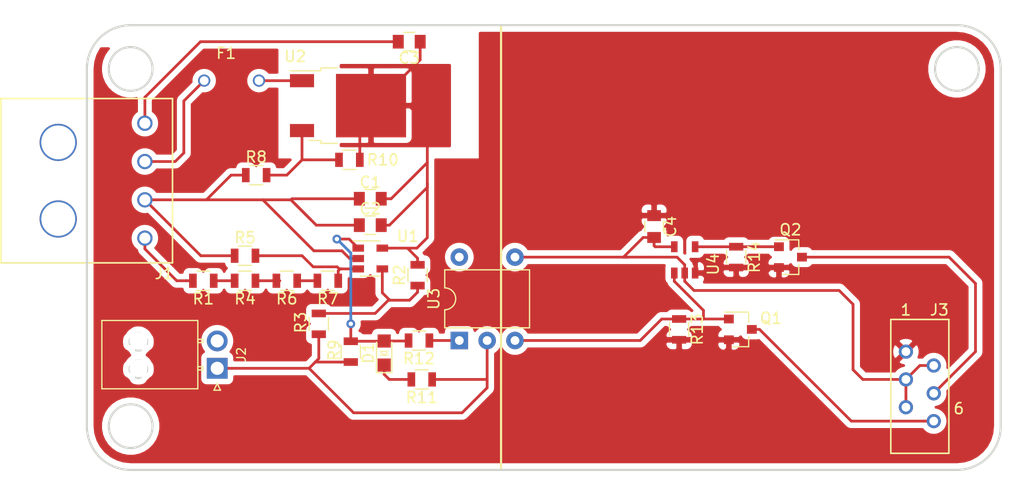
<source format=kicad_pcb>
(kicad_pcb (version 20171130) (host pcbnew 5.1.4-e60b266~84~ubuntu16.04.1)

  (general
    (thickness 1.6)
    (drawings 44)
    (tracks 170)
    (zones 0)
    (modules 29)
    (nets 21)
  )

  (page A4)
  (layers
    (0 F.Cu signal)
    (31 B.Cu signal)
    (32 B.Adhes user)
    (33 F.Adhes user)
    (34 B.Paste user)
    (35 F.Paste user)
    (36 B.SilkS user)
    (37 F.SilkS user)
    (38 B.Mask user)
    (39 F.Mask user)
    (40 Dwgs.User user)
    (41 Cmts.User user)
    (42 Eco1.User user)
    (43 Eco2.User user)
    (44 Edge.Cuts user)
    (45 Margin user)
    (46 B.CrtYd user)
    (47 F.CrtYd user)
    (48 B.Fab user)
    (49 F.Fab user)
  )

  (setup
    (last_trace_width 0.25)
    (trace_clearance 0.2)
    (zone_clearance 0.508)
    (zone_45_only no)
    (trace_min 0.2)
    (via_size 0.8)
    (via_drill 0.4)
    (via_min_size 0.4)
    (via_min_drill 0.3)
    (uvia_size 0.3)
    (uvia_drill 0.1)
    (uvias_allowed no)
    (uvia_min_size 0.2)
    (uvia_min_drill 0.1)
    (edge_width 0.05)
    (segment_width 0.2)
    (pcb_text_width 0.3)
    (pcb_text_size 1.5 1.5)
    (mod_edge_width 0.12)
    (mod_text_size 1 1)
    (mod_text_width 0.15)
    (pad_size 0.6 1)
    (pad_drill 0)
    (pad_to_mask_clearance 0.051)
    (solder_mask_min_width 0.25)
    (aux_axis_origin 0 0)
    (visible_elements FFFFFF7F)
    (pcbplotparams
      (layerselection 0x010fc_ffffffff)
      (usegerberextensions false)
      (usegerberattributes false)
      (usegerberadvancedattributes false)
      (creategerberjobfile false)
      (excludeedgelayer true)
      (linewidth 0.100000)
      (plotframeref false)
      (viasonmask false)
      (mode 1)
      (useauxorigin false)
      (hpglpennumber 1)
      (hpglpenspeed 20)
      (hpglpendiameter 15.000000)
      (psnegative false)
      (psa4output false)
      (plotreference true)
      (plotvalue true)
      (plotinvisibletext false)
      (padsonsilk false)
      (subtractmaskfromsilk false)
      (outputformat 1)
      (mirror false)
      (drillshape 1)
      (scaleselection 1)
      (outputdirectory ""))
  )

  (net 0 "")
  (net 1 /5V)
  (net 2 /AIL+)
  (net 3 GND)
  (net 4 /GLV+)
  (net 5 "Net-(D1-Pad2)")
  (net 6 "Net-(D1-Pad1)")
  (net 7 "Net-(F1-Pad1)")
  (net 8 /TS+)
  (net 9 /AIL-)
  (net 10 /TSAL_GREEN-)
  (net 11 /TSAL_RED-)
  (net 12 /TSAL_FLAG)
  (net 13 "Net-(R1-Pad1)")
  (net 14 "Net-(R2-Pad1)")
  (net 15 "Net-(R4-Pad1)")
  (net 16 "Net-(R5-Pad1)")
  (net 17 "Net-(R6-Pad1)")
  (net 18 "Net-(R10-Pad2)")
  (net 19 "Net-(R12-Pad1)")
  (net 20 /NAND_Out)

  (net_class Default "This is the default net class."
    (clearance 0.2)
    (trace_width 0.25)
    (via_dia 0.8)
    (via_drill 0.4)
    (uvia_dia 0.3)
    (uvia_drill 0.1)
    (add_net /5V)
    (add_net /AIL+)
    (add_net /AIL-)
    (add_net /GLV+)
    (add_net /NAND_Out)
    (add_net /TS+)
    (add_net /TSAL_FLAG)
    (add_net /TSAL_GREEN-)
    (add_net /TSAL_RED-)
    (add_net GND)
    (add_net "Net-(D1-Pad1)")
    (add_net "Net-(D1-Pad2)")
    (add_net "Net-(F1-Pad1)")
    (add_net "Net-(R1-Pad1)")
    (add_net "Net-(R10-Pad2)")
    (add_net "Net-(R12-Pad1)")
    (add_net "Net-(R2-Pad1)")
    (add_net "Net-(R4-Pad1)")
    (add_net "Net-(R5-Pad1)")
    (add_net "Net-(R6-Pad1)")
  )

  (module Formula:C_0805_OEM (layer F.Cu) (tedit 5C3D8347) (tstamp 5DEDF7A5)
    (at 156.718 90.043)
    (descr "Capacitor SMD 0805, reflow soldering, AVX (see smccp.pdf)")
    (tags "capacitor 0805")
    (path /5DD733EA)
    (attr smd)
    (fp_text reference C1 (at 0 -1.5) (layer F.SilkS)
      (effects (font (size 1 1) (thickness 0.15)))
    )
    (fp_text value C_10uF (at 0 1.75) (layer F.Fab) hide
      (effects (font (size 1 1) (thickness 0.15)))
    )
    (fp_line (start 1.75 0.87) (end -1.75 0.87) (layer F.CrtYd) (width 0.05))
    (fp_line (start 1.75 0.87) (end 1.75 -0.88) (layer F.CrtYd) (width 0.05))
    (fp_line (start -1.75 -0.88) (end -1.75 0.87) (layer F.CrtYd) (width 0.05))
    (fp_line (start -1.75 -0.88) (end 1.75 -0.88) (layer F.CrtYd) (width 0.05))
    (fp_line (start -0.5 0.85) (end 0.5 0.85) (layer F.SilkS) (width 0.12))
    (fp_line (start 0.5 -0.85) (end -0.5 -0.85) (layer F.SilkS) (width 0.12))
    (fp_line (start -1 -0.62) (end 1 -0.62) (layer F.Fab) (width 0.1))
    (fp_line (start 1 -0.62) (end 1 0.62) (layer F.Fab) (width 0.1))
    (fp_line (start 1 0.62) (end -1 0.62) (layer F.Fab) (width 0.1))
    (fp_line (start -1 0.62) (end -1 -0.62) (layer F.Fab) (width 0.1))
    (pad 2 smd rect (at 1 0) (size 1 1.25) (layers F.Cu F.Paste F.Mask)
      (net 1 /5V))
    (pad 1 smd rect (at -1 0) (size 1 1.25) (layers F.Cu F.Paste F.Mask)
      (net 2 /AIL+))
    (model ${LOCAL_DIR}/OEM_Preferred_Parts/3DModels/C_0805_OEM/C_0805.step
      (at (xyz 0 0 0))
      (scale (xyz 1 1 1))
      (rotate (xyz 0 0 0))
    )
    (model ${LOCAL_DIR}/OEM_Preferred_Parts/3DModels/C_0805_OEM/C_0805.step
      (at (xyz 0 0 0))
      (scale (xyz 1 1 1))
      (rotate (xyz 0 0 0))
    )
  )

  (module Formula:C_0805_OEM (layer F.Cu) (tedit 5C3D8347) (tstamp 5DEDF7B5)
    (at 156.718 92.456)
    (descr "Capacitor SMD 0805, reflow soldering, AVX (see smccp.pdf)")
    (tags "capacitor 0805")
    (path /5DD74017)
    (attr smd)
    (fp_text reference C2 (at 0 -1.5) (layer F.SilkS)
      (effects (font (size 1 1) (thickness 0.15)))
    )
    (fp_text value C_0.1uF (at 0 1.75) (layer F.Fab) hide
      (effects (font (size 1 1) (thickness 0.15)))
    )
    (fp_line (start -1 0.62) (end -1 -0.62) (layer F.Fab) (width 0.1))
    (fp_line (start 1 0.62) (end -1 0.62) (layer F.Fab) (width 0.1))
    (fp_line (start 1 -0.62) (end 1 0.62) (layer F.Fab) (width 0.1))
    (fp_line (start -1 -0.62) (end 1 -0.62) (layer F.Fab) (width 0.1))
    (fp_line (start 0.5 -0.85) (end -0.5 -0.85) (layer F.SilkS) (width 0.12))
    (fp_line (start -0.5 0.85) (end 0.5 0.85) (layer F.SilkS) (width 0.12))
    (fp_line (start -1.75 -0.88) (end 1.75 -0.88) (layer F.CrtYd) (width 0.05))
    (fp_line (start -1.75 -0.88) (end -1.75 0.87) (layer F.CrtYd) (width 0.05))
    (fp_line (start 1.75 0.87) (end 1.75 -0.88) (layer F.CrtYd) (width 0.05))
    (fp_line (start 1.75 0.87) (end -1.75 0.87) (layer F.CrtYd) (width 0.05))
    (pad 1 smd rect (at -1 0) (size 1 1.25) (layers F.Cu F.Paste F.Mask)
      (net 2 /AIL+))
    (pad 2 smd rect (at 1 0) (size 1 1.25) (layers F.Cu F.Paste F.Mask)
      (net 1 /5V))
    (model ${LOCAL_DIR}/OEM_Preferred_Parts/3DModels/C_0805_OEM/C_0805.step
      (at (xyz 0 0 0))
      (scale (xyz 1 1 1))
      (rotate (xyz 0 0 0))
    )
    (model ${LOCAL_DIR}/OEM_Preferred_Parts/3DModels/C_0805_OEM/C_0805.step
      (at (xyz 0 0 0))
      (scale (xyz 1 1 1))
      (rotate (xyz 0 0 0))
    )
  )

  (module Formula:C_0805_OEM (layer F.Cu) (tedit 5C3D8347) (tstamp 5DEDF7C5)
    (at 160.274 75.692 180)
    (descr "Capacitor SMD 0805, reflow soldering, AVX (see smccp.pdf)")
    (tags "capacitor 0805")
    (path /5DD6456C)
    (attr smd)
    (fp_text reference C3 (at 0 -1.5) (layer F.SilkS)
      (effects (font (size 1 1) (thickness 0.15)))
    )
    (fp_text value C_1uF (at 0 1.75) (layer F.Fab) hide
      (effects (font (size 1 1) (thickness 0.15)))
    )
    (fp_line (start 1.75 0.87) (end -1.75 0.87) (layer F.CrtYd) (width 0.05))
    (fp_line (start 1.75 0.87) (end 1.75 -0.88) (layer F.CrtYd) (width 0.05))
    (fp_line (start -1.75 -0.88) (end -1.75 0.87) (layer F.CrtYd) (width 0.05))
    (fp_line (start -1.75 -0.88) (end 1.75 -0.88) (layer F.CrtYd) (width 0.05))
    (fp_line (start -0.5 0.85) (end 0.5 0.85) (layer F.SilkS) (width 0.12))
    (fp_line (start 0.5 -0.85) (end -0.5 -0.85) (layer F.SilkS) (width 0.12))
    (fp_line (start -1 -0.62) (end 1 -0.62) (layer F.Fab) (width 0.1))
    (fp_line (start 1 -0.62) (end 1 0.62) (layer F.Fab) (width 0.1))
    (fp_line (start 1 0.62) (end -1 0.62) (layer F.Fab) (width 0.1))
    (fp_line (start -1 0.62) (end -1 -0.62) (layer F.Fab) (width 0.1))
    (pad 2 smd rect (at 1 0 180) (size 1 1.25) (layers F.Cu F.Paste F.Mask)
      (net 2 /AIL+))
    (pad 1 smd rect (at -1 0 180) (size 1 1.25) (layers F.Cu F.Paste F.Mask)
      (net 1 /5V))
    (model ${LOCAL_DIR}/OEM_Preferred_Parts/3DModels/C_0805_OEM/C_0805.step
      (at (xyz 0 0 0))
      (scale (xyz 1 1 1))
      (rotate (xyz 0 0 0))
    )
    (model ${LOCAL_DIR}/OEM_Preferred_Parts/3DModels/C_0805_OEM/C_0805.step
      (at (xyz 0 0 0))
      (scale (xyz 1 1 1))
      (rotate (xyz 0 0 0))
    )
  )

  (module Formula:C_0805_OEM (layer F.Cu) (tedit 5C3D8347) (tstamp 5DEDF7D5)
    (at 182.626 92.583 270)
    (descr "Capacitor SMD 0805, reflow soldering, AVX (see smccp.pdf)")
    (tags "capacitor 0805")
    (path /5DDEB7AC)
    (attr smd)
    (fp_text reference C4 (at 0 -1.5 90) (layer F.SilkS)
      (effects (font (size 1 1) (thickness 0.15)))
    )
    (fp_text value C_1uF (at 0 1.75 90) (layer F.Fab) hide
      (effects (font (size 1 1) (thickness 0.15)))
    )
    (fp_line (start -1 0.62) (end -1 -0.62) (layer F.Fab) (width 0.1))
    (fp_line (start 1 0.62) (end -1 0.62) (layer F.Fab) (width 0.1))
    (fp_line (start 1 -0.62) (end 1 0.62) (layer F.Fab) (width 0.1))
    (fp_line (start -1 -0.62) (end 1 -0.62) (layer F.Fab) (width 0.1))
    (fp_line (start 0.5 -0.85) (end -0.5 -0.85) (layer F.SilkS) (width 0.12))
    (fp_line (start -0.5 0.85) (end 0.5 0.85) (layer F.SilkS) (width 0.12))
    (fp_line (start -1.75 -0.88) (end 1.75 -0.88) (layer F.CrtYd) (width 0.05))
    (fp_line (start -1.75 -0.88) (end -1.75 0.87) (layer F.CrtYd) (width 0.05))
    (fp_line (start 1.75 0.87) (end 1.75 -0.88) (layer F.CrtYd) (width 0.05))
    (fp_line (start 1.75 0.87) (end -1.75 0.87) (layer F.CrtYd) (width 0.05))
    (pad 1 smd rect (at -1 0 270) (size 1 1.25) (layers F.Cu F.Paste F.Mask)
      (net 3 GND))
    (pad 2 smd rect (at 1 0 270) (size 1 1.25) (layers F.Cu F.Paste F.Mask)
      (net 4 /GLV+))
    (model ${LOCAL_DIR}/OEM_Preferred_Parts/3DModels/C_0805_OEM/C_0805.step
      (at (xyz 0 0 0))
      (scale (xyz 1 1 1))
      (rotate (xyz 0 0 0))
    )
    (model ${LOCAL_DIR}/OEM_Preferred_Parts/3DModels/C_0805_OEM/C_0805.step
      (at (xyz 0 0 0))
      (scale (xyz 1 1 1))
      (rotate (xyz 0 0 0))
    )
  )

  (module Formula:LED_0805_OEM (layer F.Cu) (tedit 5C3D84D8) (tstamp 5DEDF7EE)
    (at 157.988 104.14 90)
    (descr "LED 0805 smd package")
    (tags "LED led 0805 SMD smd SMT smt smdled SMDLED smtled SMTLED")
    (path /5DD79ABB)
    (attr smd)
    (fp_text reference D1 (at 0 -1.45 90) (layer F.SilkS)
      (effects (font (size 1 1) (thickness 0.15)))
    )
    (fp_text value LED_0805 (at 0.508 2.032 90) (layer F.Fab) hide
      (effects (font (size 1 1) (thickness 0.15)))
    )
    (fp_line (start -0.2 0.35) (end -0.2 0) (layer F.SilkS) (width 0.1))
    (fp_line (start -0.2 0) (end -0.2 -0.35) (layer F.SilkS) (width 0.1))
    (fp_line (start 0.15 0.35) (end -0.2 0) (layer F.SilkS) (width 0.1))
    (fp_line (start 0.15 0.3) (end 0.15 0.35) (layer F.SilkS) (width 0.1))
    (fp_line (start 0.15 0.35) (end 0.15 0.3) (layer F.SilkS) (width 0.1))
    (fp_line (start 0.15 -0.35) (end 0.15 0.3) (layer F.SilkS) (width 0.1))
    (fp_line (start 0.1 -0.3) (end 0.15 -0.35) (layer F.SilkS) (width 0.1))
    (fp_line (start -0.2 0) (end 0.1 -0.3) (layer F.SilkS) (width 0.1))
    (fp_line (start -1.8 -0.7) (end -1.8 0.7) (layer F.SilkS) (width 0.12))
    (fp_line (start 1 0.6) (end -1 0.6) (layer F.Fab) (width 0.1))
    (fp_line (start 1 -0.6) (end 1 0.6) (layer F.Fab) (width 0.1))
    (fp_line (start -1 -0.6) (end 1 -0.6) (layer F.Fab) (width 0.1))
    (fp_line (start -1 0.6) (end -1 -0.6) (layer F.Fab) (width 0.1))
    (fp_line (start -1.8 0.7) (end 1 0.7) (layer F.SilkS) (width 0.12))
    (fp_line (start -1.8 -0.7) (end 1 -0.7) (layer F.SilkS) (width 0.12))
    (fp_line (start 1.95 -0.85) (end 1.95 0.85) (layer F.CrtYd) (width 0.05))
    (fp_line (start 1.95 0.85) (end -1.95 0.85) (layer F.CrtYd) (width 0.05))
    (fp_line (start -1.95 0.85) (end -1.95 -0.85) (layer F.CrtYd) (width 0.05))
    (fp_line (start -1.95 -0.85) (end 1.95 -0.85) (layer F.CrtYd) (width 0.05))
    (pad 2 smd rect (at 1.1 0 270) (size 1.2 1.2) (layers F.Cu F.Paste F.Mask)
      (net 5 "Net-(D1-Pad2)"))
    (pad 1 smd rect (at -1.1 0 270) (size 1.2 1.2) (layers F.Cu F.Paste F.Mask)
      (net 6 "Net-(D1-Pad1)"))
    (model "${LOCAL_DIR}/OEM_Preferred_Parts/3DModels/LED_0805/LED 0805 Base GREEN001_sp.wrl"
      (at (xyz 0 0 0))
      (scale (xyz 1 1 1))
      (rotate (xyz 0 0 180))
    )
    (model "${LOCAL_DIR}/OEM_Preferred_Parts/3DModels/LED_0805/LED 0805 Base GREEN001_sp.step"
      (at (xyz 0 0 0))
      (scale (xyz 1 1 1))
      (rotate (xyz 0 0 0))
    )
  )

  (module Formula:F_21mA_420V (layer F.Cu) (tedit 5A775C0C) (tstamp 5DEDF7FC)
    (at 146.558 79.248 180)
    (path /5DD60F82)
    (fp_text reference F1 (at 3 2.5) (layer F.SilkS)
      (effects (font (size 1 1) (thickness 0.15)))
    )
    (fp_text value F_21mA_420V (at 2.5 -2.5) (layer Dwgs.User)
      (effects (font (size 1 1) (thickness 0.15)))
    )
    (fp_line (start -1.5 -1.5) (end 6.5 -1.5) (layer F.CrtYd) (width 0.15))
    (fp_line (start 6.5 -1.5) (end 6.5 1.5) (layer F.CrtYd) (width 0.15))
    (fp_line (start 6.5 1.5) (end -1.5 1.5) (layer F.CrtYd) (width 0.15))
    (fp_line (start -1.5 1.5) (end -1.5 -1.5) (layer F.CrtYd) (width 0.15))
    (fp_line (start -0.75 -1) (end 5.75 -1) (layer F.Fab) (width 0.15))
    (fp_line (start 5.75 -1) (end 5.75 1) (layer F.Fab) (width 0.15))
    (fp_line (start 5.75 1) (end -0.75 1) (layer F.Fab) (width 0.15))
    (fp_line (start -0.75 1) (end -0.75 -1) (layer F.Fab) (width 0.15))
    (pad 1 thru_hole circle (at 0 0 180) (size 1.1176 1.1176) (drill 0.8) (layers *.Cu *.Mask)
      (net 7 "Net-(F1-Pad1)"))
    (pad 2 thru_hole circle (at 5 0 180) (size 1.1176 1.1176) (drill 0.8) (layers *.Cu *.Mask)
      (net 8 /TS+))
  )

  (module Formula:Ultrafit_4_RA (layer F.Cu) (tedit 5B8AA2CB) (tstamp 5DEDF80E)
    (at 136.144 88.392 180)
    (path /5DD66C05)
    (fp_text reference J1 (at -1.7526 -8.4836) (layer F.SilkS)
      (effects (font (size 1 1) (thickness 0.15)))
    )
    (fp_text value Ultrafit_4_RA (at 4.572 0.508 90) (layer F.Fab) hide
      (effects (font (size 1 1) (thickness 0.15)))
    )
    (fp_line (start -2.4186 7.5254) (end -2.4186 -7.4746) (layer F.Fab) (width 0.1))
    (fp_line (start -2.5218 7.5) (end -2.5218 -7.5) (layer F.SilkS) (width 0.15))
    (fp_line (start 13.05 -7.384) (end -2.4 -7.384) (layer F.Fab) (width 0.1))
    (fp_line (start 13.05 7.5) (end 13.05 -7.5) (layer F.Fab) (width 0.1))
    (fp_line (start -2.4 7.4296) (end 13.05 7.4296) (layer F.Fab) (width 0.1))
    (fp_line (start -2.5254 7.5042) (end 13.1346 7.5042) (layer F.SilkS) (width 0.15))
    (fp_line (start -2.5254 -7.5094) (end 13.1346 -7.5094) (layer F.SilkS) (width 0.15))
    (fp_line (start 13.15 7.5) (end 13.15 -7.5) (layer F.SilkS) (width 0.15))
    (pad 1 thru_hole circle (at 0 -5.25 180) (size 1.397 1.397) (drill 1.02) (layers *.Cu *.Mask)
      (net 8 /TS+))
    (pad 4 thru_hole circle (at 0 5.25 180) (size 1.397 1.397) (drill 1.02) (layers *.Cu *.Mask)
      (net 2 /AIL+))
    (pad "" thru_hole circle (at 7.91 3.5 180) (size 3.4 3.4) (drill 3.09) (layers *.Cu *.Mask))
    (pad 2 thru_hole circle (at 0 -1.75 180) (size 1.397 1.397) (drill 1.02) (layers *.Cu *.Mask)
      (net 2 /AIL+))
    (pad 3 thru_hole circle (at 0 1.75 180) (size 1.397 1.397) (drill 1.02) (layers *.Cu *.Mask)
      (net 8 /TS+))
    (pad "" thru_hole circle (at 7.91 -3.5 180) (size 3.4 3.4) (drill 3.09) (layers *.Cu *.Mask))
  )

  (module Formula:NanoFit_Molex_1x02x2.50mm_Angled_OEM (layer F.Cu) (tedit 5C917035) (tstamp 5DEDF831)
    (at 142.748 105.537 90)
    (descr "Molex Nano Fit, single row, side entry, through hole, Datasheet:http://www.molex.com/pdm_docs/sd/1053131208_sd.pdf")
    (tags "connector molex nano-fit 105313-xx04")
    (path /5DD67B18)
    (fp_text reference J2 (at 1.25 2.2 90) (layer F.SilkS)
      (effects (font (size 0.8 0.8) (thickness 0.12)))
    )
    (fp_text value NanoFit_2 (at 1.25 3.5 90) (layer F.Fab) hide
      (effects (font (size 1 1) (thickness 0.15)))
    )
    (fp_line (start -1.72 -10.38) (end -1.72 -1.92) (layer F.Fab) (width 0.1))
    (fp_line (start -1.72 -1.92) (end 4.22 -1.92) (layer F.Fab) (width 0.1))
    (fp_line (start 4.22 -1.92) (end 4.22 -10.38) (layer F.Fab) (width 0.1))
    (fp_line (start 4.22 -10.38) (end -1.72 -10.38) (layer F.Fab) (width 0.1))
    (fp_line (start -1.87 -10.53) (end -1.87 -1.77) (layer F.SilkS) (width 0.12))
    (fp_line (start -1.87 -1.77) (end 4.37 -1.77) (layer F.SilkS) (width 0.12))
    (fp_line (start 4.37 -1.77) (end 4.37 -10.53) (layer F.SilkS) (width 0.12))
    (fp_line (start 4.37 -10.53) (end -1.87 -10.53) (layer F.SilkS) (width 0.12))
    (fp_line (start -0.15 -1.77) (end -0.15 -1.3) (layer F.SilkS) (width 0.12))
    (fp_line (start -0.15 -1.3) (end 0.15 -1.3) (layer F.SilkS) (width 0.12))
    (fp_line (start 0.15 -1.3) (end 0.15 -1.77) (layer F.SilkS) (width 0.12))
    (fp_line (start 0.15 -1.77) (end -0.15 -1.77) (layer F.SilkS) (width 0.12))
    (fp_line (start 2.35 -1.77) (end 2.35 -1.3) (layer F.SilkS) (width 0.12))
    (fp_line (start 2.35 -1.3) (end 2.65 -1.3) (layer F.SilkS) (width 0.12))
    (fp_line (start 2.65 -1.3) (end 2.65 -1.77) (layer F.SilkS) (width 0.12))
    (fp_line (start 2.65 -1.77) (end 2.35 -1.77) (layer F.SilkS) (width 0.12))
    (fp_line (start -2.21 -10.88) (end -2.21 1.45) (layer F.CrtYd) (width 0.05))
    (fp_line (start -2.21 1.45) (end 4.71 1.45) (layer F.CrtYd) (width 0.05))
    (fp_line (start 4.71 1.45) (end 4.71 -10.88) (layer F.CrtYd) (width 0.05))
    (fp_line (start 4.71 -10.88) (end -2.21 -10.88) (layer F.CrtYd) (width 0.05))
    (fp_line (start -1.4 0) (end -2 0.3) (layer F.SilkS) (width 0.12))
    (fp_line (start -2 0.3) (end -2 -0.3) (layer F.SilkS) (width 0.12))
    (fp_line (start -2 -0.3) (end -1.4 0) (layer F.SilkS) (width 0.12))
    (fp_line (start -1.4 0) (end -2 0.3) (layer F.Fab) (width 0.1))
    (fp_line (start -2 0.3) (end -2 -0.3) (layer F.Fab) (width 0.1))
    (fp_line (start -2 -0.3) (end -1.4 0) (layer F.Fab) (width 0.1))
    (fp_text user %R (at 1.25 -4.5 90) (layer F.Fab)
      (effects (font (size 1 1) (thickness 0.15)))
    )
    (pad 1 thru_hole rect (at 0 0 90) (size 1.9 1.9) (drill 1.2) (layers *.Cu *.Mask)
      (net 2 /AIL+))
    (pad 2 thru_hole circle (at 2.5 0 90) (size 1.9 1.9) (drill 1.2) (layers *.Cu *.Mask)
      (net 9 /AIL-))
    (pad "" np_thru_hole circle (at 0 -7.18 90) (size 1.6 1.6) (drill 1.6) (layers *.Cu *.Mask))
    (pad "" np_thru_hole circle (at 2.5 -7.18 90) (size 1.6 1.6) (drill 1.6) (layers *.Cu *.Mask))
    (model ${LOCAL_DIR}/OEM_Preferred_Parts/3DModels/Molex_NanoFit_1x02x2_50mm_Angled_OEM/Molex_NanoFit_1x02x2_50mm_Angled_OEM001.wrl
      (at (xyz 0 0 0))
      (scale (xyz 1 1 1))
      (rotate (xyz 0 0 0))
    )
  )

  (module Formula:micromatch_female_ra_6 (layer F.Cu) (tedit 5C9D7581) (tstamp 5DEDF841)
    (at 205.613 109.093)
    (path /5DDB450C)
    (fp_text reference J3 (at 3.048 -8.89) (layer F.SilkS)
      (effects (font (size 1 1) (thickness 0.15)))
    )
    (fp_text value MM_F_RA_06 (at 6.35 0 90) (layer F.Fab) hide
      (effects (font (size 1 1) (thickness 0.15)))
    )
    (fp_text user 6 (at 4.826 0.127) (layer F.SilkS)
      (effects (font (size 1 1) (thickness 0.15)))
    )
    (fp_text user 1 (at 0 -8.89) (layer F.SilkS)
      (effects (font (size 1 1) (thickness 0.15)))
    )
    (fp_line (start -1.38 4.21) (end 3.92 4.21) (layer F.SilkS) (width 0.15))
    (fp_line (start -1.38 -8.02) (end 3.92 -8.02) (layer F.SilkS) (width 0.15))
    (fp_line (start -1.38 4.21) (end -1.38 -8.02) (layer F.SilkS) (width 0.15))
    (fp_line (start 3.92 4.21) (end 3.92 -8.02) (layer F.SilkS) (width 0.15))
    (pad 5 thru_hole circle (at 0 0) (size 1.3 1.3) (drill 0.8) (layers *.Cu *.Mask)
      (net 4 /GLV+))
    (pad 3 thru_hole circle (at 0 -2.54) (size 1.3 1.3) (drill 0.8) (layers *.Cu *.Mask)
      (net 4 /GLV+))
    (pad 1 thru_hole circle (at 0 -5.08) (size 1.3 1.3) (drill 0.8) (layers *.Cu *.Mask)
      (net 3 GND))
    (pad 2 thru_hole circle (at 2.54 -3.81) (size 1.3 1.3) (drill 0.8) (layers *.Cu *.Mask)
      (net 4 /GLV+))
    (pad 4 thru_hole circle (at 2.54 -1.27) (size 1.3 1.3) (drill 0.8) (layers *.Cu *.Mask)
      (net 10 /TSAL_GREEN-))
    (pad 6 thru_hole circle (at 2.54 1.27) (size 1.3 1.3) (drill 0.8) (layers *.Cu *.Mask)
      (net 11 /TSAL_RED-))
    (model ${LOCAL_DIR}/OEM_Preferred_Parts/3DModels/micromatch_female_ra_6/C-215464-6.step
      (offset (xyz 0 2.5 0))
      (scale (xyz 1 1 1))
      (rotate (xyz 0 0 0))
    )
  )

  (module Formula:SOT-23F (layer F.Cu) (tedit 5C16B7BE) (tstamp 5DEDF855)
    (at 190.5 101.981)
    (descr "SOT-23, Standard")
    (tags SOT-23)
    (path /5DDA131A)
    (attr smd)
    (fp_text reference Q1 (at 2.794 -1.016) (layer F.SilkS)
      (effects (font (size 1 1) (thickness 0.15)))
    )
    (fp_text value SSM3K333R (at 0 2.5) (layer F.Fab) hide
      (effects (font (size 1 1) (thickness 0.15)))
    )
    (fp_line (start -0.7 -0.95) (end -0.7 1.5) (layer F.Fab) (width 0.1))
    (fp_line (start -0.15 -1.52) (end 0.7 -1.52) (layer F.Fab) (width 0.1))
    (fp_line (start -0.7 -0.95) (end -0.15 -1.52) (layer F.Fab) (width 0.1))
    (fp_line (start 0.7 -1.52) (end 0.7 1.52) (layer F.Fab) (width 0.1))
    (fp_line (start -0.7 1.52) (end 0.7 1.52) (layer F.Fab) (width 0.1))
    (fp_line (start 0.76 1.58) (end 0.76 0.65) (layer F.SilkS) (width 0.12))
    (fp_line (start 0.76 -1.58) (end 0.76 -0.65) (layer F.SilkS) (width 0.12))
    (fp_line (start -1.7 -1.75) (end 1.7 -1.75) (layer F.CrtYd) (width 0.05))
    (fp_line (start 1.7 -1.75) (end 1.7 1.75) (layer F.CrtYd) (width 0.05))
    (fp_line (start 1.7 1.75) (end -1.7 1.75) (layer F.CrtYd) (width 0.05))
    (fp_line (start -1.7 1.75) (end -1.7 -1.75) (layer F.CrtYd) (width 0.05))
    (fp_line (start 0.76 -1.58) (end -1.4 -1.58) (layer F.SilkS) (width 0.12))
    (fp_line (start 0.76 1.58) (end -0.7 1.58) (layer F.SilkS) (width 0.12))
    (pad 1 smd rect (at -1.05 -0.95) (size 0.9 0.8) (layers F.Cu F.Paste F.Mask)
      (net 12 /TSAL_FLAG))
    (pad 2 smd rect (at -1.05 0.95) (size 0.9 0.8) (layers F.Cu F.Paste F.Mask)
      (net 3 GND))
    (pad 3 smd rect (at 1.05 0) (size 0.9 0.8) (layers F.Cu F.Paste F.Mask)
      (net 11 /TSAL_RED-))
    (model ${LOCAL_DIR}/OEM_Preferred_Parts/3DModels/SOT-23_OEM/SOT-23.wrl
      (at (xyz 0 0 0))
      (scale (xyz 1 1 1))
      (rotate (xyz 0 0 0))
    )
  )

  (module Formula:SOT-23F (layer F.Cu) (tedit 5C16B7BE) (tstamp 5DEDF869)
    (at 195.072 95.377)
    (descr "SOT-23, Standard")
    (tags SOT-23)
    (path /5DDD0BB4)
    (attr smd)
    (fp_text reference Q2 (at 0 -2.5) (layer F.SilkS)
      (effects (font (size 1 1) (thickness 0.15)))
    )
    (fp_text value SSM3K333R (at 0 2.5) (layer F.Fab) hide
      (effects (font (size 1 1) (thickness 0.15)))
    )
    (fp_line (start 0.76 1.58) (end -0.7 1.58) (layer F.SilkS) (width 0.12))
    (fp_line (start 0.76 -1.58) (end -1.4 -1.58) (layer F.SilkS) (width 0.12))
    (fp_line (start -1.7 1.75) (end -1.7 -1.75) (layer F.CrtYd) (width 0.05))
    (fp_line (start 1.7 1.75) (end -1.7 1.75) (layer F.CrtYd) (width 0.05))
    (fp_line (start 1.7 -1.75) (end 1.7 1.75) (layer F.CrtYd) (width 0.05))
    (fp_line (start -1.7 -1.75) (end 1.7 -1.75) (layer F.CrtYd) (width 0.05))
    (fp_line (start 0.76 -1.58) (end 0.76 -0.65) (layer F.SilkS) (width 0.12))
    (fp_line (start 0.76 1.58) (end 0.76 0.65) (layer F.SilkS) (width 0.12))
    (fp_line (start -0.7 1.52) (end 0.7 1.52) (layer F.Fab) (width 0.1))
    (fp_line (start 0.7 -1.52) (end 0.7 1.52) (layer F.Fab) (width 0.1))
    (fp_line (start -0.7 -0.95) (end -0.15 -1.52) (layer F.Fab) (width 0.1))
    (fp_line (start -0.15 -1.52) (end 0.7 -1.52) (layer F.Fab) (width 0.1))
    (fp_line (start -0.7 -0.95) (end -0.7 1.5) (layer F.Fab) (width 0.1))
    (pad 3 smd rect (at 1.05 0) (size 0.9 0.8) (layers F.Cu F.Paste F.Mask)
      (net 10 /TSAL_GREEN-))
    (pad 2 smd rect (at -1.05 0.95) (size 0.9 0.8) (layers F.Cu F.Paste F.Mask)
      (net 3 GND))
    (pad 1 smd rect (at -1.05 -0.95) (size 0.9 0.8) (layers F.Cu F.Paste F.Mask)
      (net 20 /NAND_Out))
    (model ${LOCAL_DIR}/OEM_Preferred_Parts/3DModels/SOT-23_OEM/SOT-23.wrl
      (at (xyz 0 0 0))
      (scale (xyz 1 1 1))
      (rotate (xyz 0 0 0))
    )
  )

  (module Formula:R_0805_OEM (layer F.Cu) (tedit 5C3D844D) (tstamp 5DEDF879)
    (at 141.478 97.536 180)
    (descr "Resistor SMD 0805, reflow soldering, Vishay (see dcrcw.pdf)")
    (tags "resistor 0805")
    (path /5DD69639)
    (attr smd)
    (fp_text reference R1 (at 0 -1.65) (layer F.SilkS)
      (effects (font (size 1 1) (thickness 0.15)))
    )
    (fp_text value R_270K (at 0 1.75) (layer F.Fab) hide
      (effects (font (size 1 1) (thickness 0.15)))
    )
    (fp_line (start -1 0.62) (end -1 -0.62) (layer F.Fab) (width 0.1))
    (fp_line (start 1 0.62) (end -1 0.62) (layer F.Fab) (width 0.1))
    (fp_line (start 1 -0.62) (end 1 0.62) (layer F.Fab) (width 0.1))
    (fp_line (start -1 -0.62) (end 1 -0.62) (layer F.Fab) (width 0.1))
    (fp_line (start 0.6 0.88) (end -0.6 0.88) (layer F.SilkS) (width 0.12))
    (fp_line (start -0.6 -0.88) (end 0.6 -0.88) (layer F.SilkS) (width 0.12))
    (fp_line (start -1.55 -0.9) (end 1.55 -0.9) (layer F.CrtYd) (width 0.05))
    (fp_line (start -1.55 -0.9) (end -1.55 0.9) (layer F.CrtYd) (width 0.05))
    (fp_line (start 1.55 0.9) (end 1.55 -0.9) (layer F.CrtYd) (width 0.05))
    (fp_line (start 1.55 0.9) (end -1.55 0.9) (layer F.CrtYd) (width 0.05))
    (pad 1 smd rect (at -0.95 0 180) (size 0.7 1.3) (layers F.Cu F.Paste F.Mask)
      (net 13 "Net-(R1-Pad1)"))
    (pad 2 smd rect (at 0.95 0 180) (size 0.7 1.3) (layers F.Cu F.Paste F.Mask)
      (net 8 /TS+))
    (model ${LOCAL_DIR}/OEM_Preferred_Parts/3DModels/R_0805_OEM/res0805.step
      (at (xyz 0 0 0))
      (scale (xyz 1 1 1))
      (rotate (xyz 0 0 0))
    )
    (model ${LOCAL_DIR}/OEM_Preferred_Parts/3DModels/R_0805_OEM/res0805.step
      (at (xyz 0 0 0))
      (scale (xyz 1 1 1))
      (rotate (xyz 0 0 0))
    )
  )

  (module Formula:R_0805_OEM (layer F.Cu) (tedit 5C3D844D) (tstamp 5DEDF889)
    (at 161.036 97.028 90)
    (descr "Resistor SMD 0805, reflow soldering, Vishay (see dcrcw.pdf)")
    (tags "resistor 0805")
    (path /5DD6DEDC)
    (attr smd)
    (fp_text reference R2 (at 0 -1.65 90) (layer F.SilkS)
      (effects (font (size 1 1) (thickness 0.15)))
    )
    (fp_text value R_1K (at 0 1.75 90) (layer F.Fab) hide
      (effects (font (size 1 1) (thickness 0.15)))
    )
    (fp_line (start 1.55 0.9) (end -1.55 0.9) (layer F.CrtYd) (width 0.05))
    (fp_line (start 1.55 0.9) (end 1.55 -0.9) (layer F.CrtYd) (width 0.05))
    (fp_line (start -1.55 -0.9) (end -1.55 0.9) (layer F.CrtYd) (width 0.05))
    (fp_line (start -1.55 -0.9) (end 1.55 -0.9) (layer F.CrtYd) (width 0.05))
    (fp_line (start -0.6 -0.88) (end 0.6 -0.88) (layer F.SilkS) (width 0.12))
    (fp_line (start 0.6 0.88) (end -0.6 0.88) (layer F.SilkS) (width 0.12))
    (fp_line (start -1 -0.62) (end 1 -0.62) (layer F.Fab) (width 0.1))
    (fp_line (start 1 -0.62) (end 1 0.62) (layer F.Fab) (width 0.1))
    (fp_line (start 1 0.62) (end -1 0.62) (layer F.Fab) (width 0.1))
    (fp_line (start -1 0.62) (end -1 -0.62) (layer F.Fab) (width 0.1))
    (pad 2 smd rect (at 0.95 0 90) (size 0.7 1.3) (layers F.Cu F.Paste F.Mask)
      (net 1 /5V))
    (pad 1 smd rect (at -0.95 0 90) (size 0.7 1.3) (layers F.Cu F.Paste F.Mask)
      (net 14 "Net-(R2-Pad1)"))
    (model ${LOCAL_DIR}/OEM_Preferred_Parts/3DModels/R_0805_OEM/res0805.step
      (at (xyz 0 0 0))
      (scale (xyz 1 1 1))
      (rotate (xyz 0 0 0))
    )
    (model ${LOCAL_DIR}/OEM_Preferred_Parts/3DModels/R_0805_OEM/res0805.step
      (at (xyz 0 0 0))
      (scale (xyz 1 1 1))
      (rotate (xyz 0 0 0))
    )
  )

  (module Formula:R_0805_OEM (layer F.Cu) (tedit 5C3D844D) (tstamp 5DEDF899)
    (at 152.019 101.473 270)
    (descr "Resistor SMD 0805, reflow soldering, Vishay (see dcrcw.pdf)")
    (tags "resistor 0805")
    (path /5DD8881C)
    (attr smd)
    (fp_text reference R3 (at -0.127 1.651 90) (layer F.SilkS)
      (effects (font (size 1 1) (thickness 0.15)))
    )
    (fp_text value R_137 (at 0 1.75 90) (layer F.Fab) hide
      (effects (font (size 1 1) (thickness 0.15)))
    )
    (fp_line (start 1.55 0.9) (end -1.55 0.9) (layer F.CrtYd) (width 0.05))
    (fp_line (start 1.55 0.9) (end 1.55 -0.9) (layer F.CrtYd) (width 0.05))
    (fp_line (start -1.55 -0.9) (end -1.55 0.9) (layer F.CrtYd) (width 0.05))
    (fp_line (start -1.55 -0.9) (end 1.55 -0.9) (layer F.CrtYd) (width 0.05))
    (fp_line (start -0.6 -0.88) (end 0.6 -0.88) (layer F.SilkS) (width 0.12))
    (fp_line (start 0.6 0.88) (end -0.6 0.88) (layer F.SilkS) (width 0.12))
    (fp_line (start -1 -0.62) (end 1 -0.62) (layer F.Fab) (width 0.1))
    (fp_line (start 1 -0.62) (end 1 0.62) (layer F.Fab) (width 0.1))
    (fp_line (start 1 0.62) (end -1 0.62) (layer F.Fab) (width 0.1))
    (fp_line (start -1 0.62) (end -1 -0.62) (layer F.Fab) (width 0.1))
    (pad 2 smd rect (at 0.95 0 270) (size 0.7 1.3) (layers F.Cu F.Paste F.Mask)
      (net 2 /AIL+))
    (pad 1 smd rect (at -0.95 0 270) (size 0.7 1.3) (layers F.Cu F.Paste F.Mask)
      (net 14 "Net-(R2-Pad1)"))
    (model ${LOCAL_DIR}/OEM_Preferred_Parts/3DModels/R_0805_OEM/res0805.step
      (at (xyz 0 0 0))
      (scale (xyz 1 1 1))
      (rotate (xyz 0 0 0))
    )
    (model ${LOCAL_DIR}/OEM_Preferred_Parts/3DModels/R_0805_OEM/res0805.step
      (at (xyz 0 0 0))
      (scale (xyz 1 1 1))
      (rotate (xyz 0 0 0))
    )
  )

  (module Formula:R_0805_OEM (layer F.Cu) (tedit 5C3D844D) (tstamp 5DEDF8A9)
    (at 145.288 97.536 180)
    (descr "Resistor SMD 0805, reflow soldering, Vishay (see dcrcw.pdf)")
    (tags "resistor 0805")
    (path /5DD6A6B0)
    (attr smd)
    (fp_text reference R4 (at 0 -1.65) (layer F.SilkS)
      (effects (font (size 1 1) (thickness 0.15)))
    )
    (fp_text value R_270K (at 0 1.75) (layer F.Fab) hide
      (effects (font (size 1 1) (thickness 0.15)))
    )
    (fp_line (start 1.55 0.9) (end -1.55 0.9) (layer F.CrtYd) (width 0.05))
    (fp_line (start 1.55 0.9) (end 1.55 -0.9) (layer F.CrtYd) (width 0.05))
    (fp_line (start -1.55 -0.9) (end -1.55 0.9) (layer F.CrtYd) (width 0.05))
    (fp_line (start -1.55 -0.9) (end 1.55 -0.9) (layer F.CrtYd) (width 0.05))
    (fp_line (start -0.6 -0.88) (end 0.6 -0.88) (layer F.SilkS) (width 0.12))
    (fp_line (start 0.6 0.88) (end -0.6 0.88) (layer F.SilkS) (width 0.12))
    (fp_line (start -1 -0.62) (end 1 -0.62) (layer F.Fab) (width 0.1))
    (fp_line (start 1 -0.62) (end 1 0.62) (layer F.Fab) (width 0.1))
    (fp_line (start 1 0.62) (end -1 0.62) (layer F.Fab) (width 0.1))
    (fp_line (start -1 0.62) (end -1 -0.62) (layer F.Fab) (width 0.1))
    (pad 2 smd rect (at 0.95 0 180) (size 0.7 1.3) (layers F.Cu F.Paste F.Mask)
      (net 13 "Net-(R1-Pad1)"))
    (pad 1 smd rect (at -0.95 0 180) (size 0.7 1.3) (layers F.Cu F.Paste F.Mask)
      (net 15 "Net-(R4-Pad1)"))
    (model ${LOCAL_DIR}/OEM_Preferred_Parts/3DModels/R_0805_OEM/res0805.step
      (at (xyz 0 0 0))
      (scale (xyz 1 1 1))
      (rotate (xyz 0 0 0))
    )
    (model ${LOCAL_DIR}/OEM_Preferred_Parts/3DModels/R_0805_OEM/res0805.step
      (at (xyz 0 0 0))
      (scale (xyz 1 1 1))
      (rotate (xyz 0 0 0))
    )
  )

  (module Formula:R_0805_OEM (layer F.Cu) (tedit 5C3D844D) (tstamp 5DEDF8B9)
    (at 145.288 95.25 180)
    (descr "Resistor SMD 0805, reflow soldering, Vishay (see dcrcw.pdf)")
    (tags "resistor 0805")
    (path /5DD6D6E7)
    (attr smd)
    (fp_text reference R5 (at 0 1.651) (layer F.SilkS)
      (effects (font (size 1 1) (thickness 0.15)))
    )
    (fp_text value R_10K (at 0 1.75) (layer F.Fab) hide
      (effects (font (size 1 1) (thickness 0.15)))
    )
    (fp_line (start -1 0.62) (end -1 -0.62) (layer F.Fab) (width 0.1))
    (fp_line (start 1 0.62) (end -1 0.62) (layer F.Fab) (width 0.1))
    (fp_line (start 1 -0.62) (end 1 0.62) (layer F.Fab) (width 0.1))
    (fp_line (start -1 -0.62) (end 1 -0.62) (layer F.Fab) (width 0.1))
    (fp_line (start 0.6 0.88) (end -0.6 0.88) (layer F.SilkS) (width 0.12))
    (fp_line (start -0.6 -0.88) (end 0.6 -0.88) (layer F.SilkS) (width 0.12))
    (fp_line (start -1.55 -0.9) (end 1.55 -0.9) (layer F.CrtYd) (width 0.05))
    (fp_line (start -1.55 -0.9) (end -1.55 0.9) (layer F.CrtYd) (width 0.05))
    (fp_line (start 1.55 0.9) (end 1.55 -0.9) (layer F.CrtYd) (width 0.05))
    (fp_line (start 1.55 0.9) (end -1.55 0.9) (layer F.CrtYd) (width 0.05))
    (pad 1 smd rect (at -0.95 0 180) (size 0.7 1.3) (layers F.Cu F.Paste F.Mask)
      (net 16 "Net-(R5-Pad1)"))
    (pad 2 smd rect (at 0.95 0 180) (size 0.7 1.3) (layers F.Cu F.Paste F.Mask)
      (net 2 /AIL+))
    (model ${LOCAL_DIR}/OEM_Preferred_Parts/3DModels/R_0805_OEM/res0805.step
      (at (xyz 0 0 0))
      (scale (xyz 1 1 1))
      (rotate (xyz 0 0 0))
    )
    (model ${LOCAL_DIR}/OEM_Preferred_Parts/3DModels/R_0805_OEM/res0805.step
      (at (xyz 0 0 0))
      (scale (xyz 1 1 1))
      (rotate (xyz 0 0 0))
    )
  )

  (module Formula:R_0805_OEM (layer F.Cu) (tedit 5C3D844D) (tstamp 5DEDF8C9)
    (at 149.098 97.536 180)
    (descr "Resistor SMD 0805, reflow soldering, Vishay (see dcrcw.pdf)")
    (tags "resistor 0805")
    (path /5DD6AA77)
    (attr smd)
    (fp_text reference R6 (at 0 -1.65) (layer F.SilkS)
      (effects (font (size 1 1) (thickness 0.15)))
    )
    (fp_text value R_270K (at 0 1.75) (layer F.Fab) hide
      (effects (font (size 1 1) (thickness 0.15)))
    )
    (fp_line (start -1 0.62) (end -1 -0.62) (layer F.Fab) (width 0.1))
    (fp_line (start 1 0.62) (end -1 0.62) (layer F.Fab) (width 0.1))
    (fp_line (start 1 -0.62) (end 1 0.62) (layer F.Fab) (width 0.1))
    (fp_line (start -1 -0.62) (end 1 -0.62) (layer F.Fab) (width 0.1))
    (fp_line (start 0.6 0.88) (end -0.6 0.88) (layer F.SilkS) (width 0.12))
    (fp_line (start -0.6 -0.88) (end 0.6 -0.88) (layer F.SilkS) (width 0.12))
    (fp_line (start -1.55 -0.9) (end 1.55 -0.9) (layer F.CrtYd) (width 0.05))
    (fp_line (start -1.55 -0.9) (end -1.55 0.9) (layer F.CrtYd) (width 0.05))
    (fp_line (start 1.55 0.9) (end 1.55 -0.9) (layer F.CrtYd) (width 0.05))
    (fp_line (start 1.55 0.9) (end -1.55 0.9) (layer F.CrtYd) (width 0.05))
    (pad 1 smd rect (at -0.95 0 180) (size 0.7 1.3) (layers F.Cu F.Paste F.Mask)
      (net 17 "Net-(R6-Pad1)"))
    (pad 2 smd rect (at 0.95 0 180) (size 0.7 1.3) (layers F.Cu F.Paste F.Mask)
      (net 15 "Net-(R4-Pad1)"))
    (model ${LOCAL_DIR}/OEM_Preferred_Parts/3DModels/R_0805_OEM/res0805.step
      (at (xyz 0 0 0))
      (scale (xyz 1 1 1))
      (rotate (xyz 0 0 0))
    )
    (model ${LOCAL_DIR}/OEM_Preferred_Parts/3DModels/R_0805_OEM/res0805.step
      (at (xyz 0 0 0))
      (scale (xyz 1 1 1))
      (rotate (xyz 0 0 0))
    )
  )

  (module Formula:R_0805_OEM (layer F.Cu) (tedit 5C3D844D) (tstamp 5DEDF8D9)
    (at 152.842 97.536 180)
    (descr "Resistor SMD 0805, reflow soldering, Vishay (see dcrcw.pdf)")
    (tags "resistor 0805")
    (path /5DD6AF6A)
    (attr smd)
    (fp_text reference R7 (at 0 -1.65) (layer F.SilkS)
      (effects (font (size 1 1) (thickness 0.15)))
    )
    (fp_text value R_270K (at 0 1.75) (layer F.Fab) hide
      (effects (font (size 1 1) (thickness 0.15)))
    )
    (fp_line (start 1.55 0.9) (end -1.55 0.9) (layer F.CrtYd) (width 0.05))
    (fp_line (start 1.55 0.9) (end 1.55 -0.9) (layer F.CrtYd) (width 0.05))
    (fp_line (start -1.55 -0.9) (end -1.55 0.9) (layer F.CrtYd) (width 0.05))
    (fp_line (start -1.55 -0.9) (end 1.55 -0.9) (layer F.CrtYd) (width 0.05))
    (fp_line (start -0.6 -0.88) (end 0.6 -0.88) (layer F.SilkS) (width 0.12))
    (fp_line (start 0.6 0.88) (end -0.6 0.88) (layer F.SilkS) (width 0.12))
    (fp_line (start -1 -0.62) (end 1 -0.62) (layer F.Fab) (width 0.1))
    (fp_line (start 1 -0.62) (end 1 0.62) (layer F.Fab) (width 0.1))
    (fp_line (start 1 0.62) (end -1 0.62) (layer F.Fab) (width 0.1))
    (fp_line (start -1 0.62) (end -1 -0.62) (layer F.Fab) (width 0.1))
    (pad 2 smd rect (at 0.95 0 180) (size 0.7 1.3) (layers F.Cu F.Paste F.Mask)
      (net 17 "Net-(R6-Pad1)"))
    (pad 1 smd rect (at -0.95 0 180) (size 0.7 1.3) (layers F.Cu F.Paste F.Mask)
      (net 16 "Net-(R5-Pad1)"))
    (model ${LOCAL_DIR}/OEM_Preferred_Parts/3DModels/R_0805_OEM/res0805.step
      (at (xyz 0 0 0))
      (scale (xyz 1 1 1))
      (rotate (xyz 0 0 0))
    )
    (model ${LOCAL_DIR}/OEM_Preferred_Parts/3DModels/R_0805_OEM/res0805.step
      (at (xyz 0 0 0))
      (scale (xyz 1 1 1))
      (rotate (xyz 0 0 0))
    )
  )

  (module Formula:R_0805_OEM (layer F.Cu) (tedit 5C3D844D) (tstamp 5DEDF8E9)
    (at 146.304 87.884)
    (descr "Resistor SMD 0805, reflow soldering, Vishay (see dcrcw.pdf)")
    (tags "resistor 0805")
    (path /5DD62FF8)
    (attr smd)
    (fp_text reference R8 (at 0 -1.65) (layer F.SilkS)
      (effects (font (size 1 1) (thickness 0.15)))
    )
    (fp_text value R_3K (at 0 1.75) (layer F.Fab) hide
      (effects (font (size 1 1) (thickness 0.15)))
    )
    (fp_line (start 1.55 0.9) (end -1.55 0.9) (layer F.CrtYd) (width 0.05))
    (fp_line (start 1.55 0.9) (end 1.55 -0.9) (layer F.CrtYd) (width 0.05))
    (fp_line (start -1.55 -0.9) (end -1.55 0.9) (layer F.CrtYd) (width 0.05))
    (fp_line (start -1.55 -0.9) (end 1.55 -0.9) (layer F.CrtYd) (width 0.05))
    (fp_line (start -0.6 -0.88) (end 0.6 -0.88) (layer F.SilkS) (width 0.12))
    (fp_line (start 0.6 0.88) (end -0.6 0.88) (layer F.SilkS) (width 0.12))
    (fp_line (start -1 -0.62) (end 1 -0.62) (layer F.Fab) (width 0.1))
    (fp_line (start 1 -0.62) (end 1 0.62) (layer F.Fab) (width 0.1))
    (fp_line (start 1 0.62) (end -1 0.62) (layer F.Fab) (width 0.1))
    (fp_line (start -1 0.62) (end -1 -0.62) (layer F.Fab) (width 0.1))
    (pad 2 smd rect (at 0.95 0) (size 0.7 1.3) (layers F.Cu F.Paste F.Mask)
      (net 18 "Net-(R10-Pad2)"))
    (pad 1 smd rect (at -0.95 0) (size 0.7 1.3) (layers F.Cu F.Paste F.Mask)
      (net 2 /AIL+))
    (model ${LOCAL_DIR}/OEM_Preferred_Parts/3DModels/R_0805_OEM/res0805.step
      (at (xyz 0 0 0))
      (scale (xyz 1 1 1))
      (rotate (xyz 0 0 0))
    )
    (model ${LOCAL_DIR}/OEM_Preferred_Parts/3DModels/R_0805_OEM/res0805.step
      (at (xyz 0 0 0))
      (scale (xyz 1 1 1))
      (rotate (xyz 0 0 0))
    )
  )

  (module Formula:R_0805_OEM (layer F.Cu) (tedit 5C3D844D) (tstamp 5DEDF8F9)
    (at 154.94 104.013 270)
    (descr "Resistor SMD 0805, reflow soldering, Vishay (see dcrcw.pdf)")
    (tags "resistor 0805")
    (path /5DD7931B)
    (attr smd)
    (fp_text reference R9 (at -0.127 1.524 90) (layer F.SilkS)
      (effects (font (size 1 1) (thickness 0.15)))
    )
    (fp_text value R_1.43K (at 0 1.75 90) (layer F.Fab) hide
      (effects (font (size 1 1) (thickness 0.15)))
    )
    (fp_line (start -1 0.62) (end -1 -0.62) (layer F.Fab) (width 0.1))
    (fp_line (start 1 0.62) (end -1 0.62) (layer F.Fab) (width 0.1))
    (fp_line (start 1 -0.62) (end 1 0.62) (layer F.Fab) (width 0.1))
    (fp_line (start -1 -0.62) (end 1 -0.62) (layer F.Fab) (width 0.1))
    (fp_line (start 0.6 0.88) (end -0.6 0.88) (layer F.SilkS) (width 0.12))
    (fp_line (start -0.6 -0.88) (end 0.6 -0.88) (layer F.SilkS) (width 0.12))
    (fp_line (start -1.55 -0.9) (end 1.55 -0.9) (layer F.CrtYd) (width 0.05))
    (fp_line (start -1.55 -0.9) (end -1.55 0.9) (layer F.CrtYd) (width 0.05))
    (fp_line (start 1.55 0.9) (end 1.55 -0.9) (layer F.CrtYd) (width 0.05))
    (fp_line (start 1.55 0.9) (end -1.55 0.9) (layer F.CrtYd) (width 0.05))
    (pad 1 smd rect (at -0.95 0 270) (size 0.7 1.3) (layers F.Cu F.Paste F.Mask)
      (net 5 "Net-(D1-Pad2)"))
    (pad 2 smd rect (at 0.95 0 270) (size 0.7 1.3) (layers F.Cu F.Paste F.Mask)
      (net 2 /AIL+))
    (model ${LOCAL_DIR}/OEM_Preferred_Parts/3DModels/R_0805_OEM/res0805.step
      (at (xyz 0 0 0))
      (scale (xyz 1 1 1))
      (rotate (xyz 0 0 0))
    )
    (model ${LOCAL_DIR}/OEM_Preferred_Parts/3DModels/R_0805_OEM/res0805.step
      (at (xyz 0 0 0))
      (scale (xyz 1 1 1))
      (rotate (xyz 0 0 0))
    )
  )

  (module Formula:R_0805_OEM (layer F.Cu) (tedit 5C3D844D) (tstamp 5DEDF909)
    (at 154.813 86.487 180)
    (descr "Resistor SMD 0805, reflow soldering, Vishay (see dcrcw.pdf)")
    (tags "resistor 0805")
    (path /5DD62638)
    (attr smd)
    (fp_text reference R10 (at -3.048 0) (layer F.SilkS)
      (effects (font (size 1 1) (thickness 0.15)))
    )
    (fp_text value R_1K (at 0 1.75) (layer F.Fab) hide
      (effects (font (size 1 1) (thickness 0.15)))
    )
    (fp_line (start 1.55 0.9) (end -1.55 0.9) (layer F.CrtYd) (width 0.05))
    (fp_line (start 1.55 0.9) (end 1.55 -0.9) (layer F.CrtYd) (width 0.05))
    (fp_line (start -1.55 -0.9) (end -1.55 0.9) (layer F.CrtYd) (width 0.05))
    (fp_line (start -1.55 -0.9) (end 1.55 -0.9) (layer F.CrtYd) (width 0.05))
    (fp_line (start -0.6 -0.88) (end 0.6 -0.88) (layer F.SilkS) (width 0.12))
    (fp_line (start 0.6 0.88) (end -0.6 0.88) (layer F.SilkS) (width 0.12))
    (fp_line (start -1 -0.62) (end 1 -0.62) (layer F.Fab) (width 0.1))
    (fp_line (start 1 -0.62) (end 1 0.62) (layer F.Fab) (width 0.1))
    (fp_line (start 1 0.62) (end -1 0.62) (layer F.Fab) (width 0.1))
    (fp_line (start -1 0.62) (end -1 -0.62) (layer F.Fab) (width 0.1))
    (pad 2 smd rect (at 0.95 0 180) (size 0.7 1.3) (layers F.Cu F.Paste F.Mask)
      (net 18 "Net-(R10-Pad2)"))
    (pad 1 smd rect (at -0.95 0 180) (size 0.7 1.3) (layers F.Cu F.Paste F.Mask)
      (net 1 /5V))
    (model ${LOCAL_DIR}/OEM_Preferred_Parts/3DModels/R_0805_OEM/res0805.step
      (at (xyz 0 0 0))
      (scale (xyz 1 1 1))
      (rotate (xyz 0 0 0))
    )
    (model ${LOCAL_DIR}/OEM_Preferred_Parts/3DModels/R_0805_OEM/res0805.step
      (at (xyz 0 0 0))
      (scale (xyz 1 1 1))
      (rotate (xyz 0 0 0))
    )
  )

  (module Formula:R_0805_OEM (layer F.Cu) (tedit 5C3D844D) (tstamp 5DEDF919)
    (at 161.417 106.553)
    (descr "Resistor SMD 0805, reflow soldering, Vishay (see dcrcw.pdf)")
    (tags "resistor 0805")
    (path /5DD7A570)
    (attr smd)
    (fp_text reference R11 (at 0 1.651) (layer F.SilkS)
      (effects (font (size 1 1) (thickness 0.15)))
    )
    (fp_text value R_1K (at 0 1.75) (layer F.Fab) hide
      (effects (font (size 1 1) (thickness 0.15)))
    )
    (fp_line (start 1.55 0.9) (end -1.55 0.9) (layer F.CrtYd) (width 0.05))
    (fp_line (start 1.55 0.9) (end 1.55 -0.9) (layer F.CrtYd) (width 0.05))
    (fp_line (start -1.55 -0.9) (end -1.55 0.9) (layer F.CrtYd) (width 0.05))
    (fp_line (start -1.55 -0.9) (end 1.55 -0.9) (layer F.CrtYd) (width 0.05))
    (fp_line (start -0.6 -0.88) (end 0.6 -0.88) (layer F.SilkS) (width 0.12))
    (fp_line (start 0.6 0.88) (end -0.6 0.88) (layer F.SilkS) (width 0.12))
    (fp_line (start -1 -0.62) (end 1 -0.62) (layer F.Fab) (width 0.1))
    (fp_line (start 1 -0.62) (end 1 0.62) (layer F.Fab) (width 0.1))
    (fp_line (start 1 0.62) (end -1 0.62) (layer F.Fab) (width 0.1))
    (fp_line (start -1 0.62) (end -1 -0.62) (layer F.Fab) (width 0.1))
    (pad 2 smd rect (at 0.95 0) (size 0.7 1.3) (layers F.Cu F.Paste F.Mask)
      (net 2 /AIL+))
    (pad 1 smd rect (at -0.95 0) (size 0.7 1.3) (layers F.Cu F.Paste F.Mask)
      (net 6 "Net-(D1-Pad1)"))
    (model ${LOCAL_DIR}/OEM_Preferred_Parts/3DModels/R_0805_OEM/res0805.step
      (at (xyz 0 0 0))
      (scale (xyz 1 1 1))
      (rotate (xyz 0 0 0))
    )
    (model ${LOCAL_DIR}/OEM_Preferred_Parts/3DModels/R_0805_OEM/res0805.step
      (at (xyz 0 0 0))
      (scale (xyz 1 1 1))
      (rotate (xyz 0 0 0))
    )
  )

  (module Formula:R_0805_OEM (layer F.Cu) (tedit 5C3D844D) (tstamp 5DEDF929)
    (at 161.163 102.997 180)
    (descr "Resistor SMD 0805, reflow soldering, Vishay (see dcrcw.pdf)")
    (tags "resistor 0805")
    (path /5DD7ACA1)
    (attr smd)
    (fp_text reference R12 (at 0 -1.65) (layer F.SilkS)
      (effects (font (size 1 1) (thickness 0.15)))
    )
    (fp_text value R_499 (at 0 1.75) (layer F.Fab) hide
      (effects (font (size 1 1) (thickness 0.15)))
    )
    (fp_line (start -1 0.62) (end -1 -0.62) (layer F.Fab) (width 0.1))
    (fp_line (start 1 0.62) (end -1 0.62) (layer F.Fab) (width 0.1))
    (fp_line (start 1 -0.62) (end 1 0.62) (layer F.Fab) (width 0.1))
    (fp_line (start -1 -0.62) (end 1 -0.62) (layer F.Fab) (width 0.1))
    (fp_line (start 0.6 0.88) (end -0.6 0.88) (layer F.SilkS) (width 0.12))
    (fp_line (start -0.6 -0.88) (end 0.6 -0.88) (layer F.SilkS) (width 0.12))
    (fp_line (start -1.55 -0.9) (end 1.55 -0.9) (layer F.CrtYd) (width 0.05))
    (fp_line (start -1.55 -0.9) (end -1.55 0.9) (layer F.CrtYd) (width 0.05))
    (fp_line (start 1.55 0.9) (end 1.55 -0.9) (layer F.CrtYd) (width 0.05))
    (fp_line (start 1.55 0.9) (end -1.55 0.9) (layer F.CrtYd) (width 0.05))
    (pad 1 smd rect (at -0.95 0 180) (size 0.7 1.3) (layers F.Cu F.Paste F.Mask)
      (net 19 "Net-(R12-Pad1)"))
    (pad 2 smd rect (at 0.95 0 180) (size 0.7 1.3) (layers F.Cu F.Paste F.Mask)
      (net 5 "Net-(D1-Pad2)"))
    (model ${LOCAL_DIR}/OEM_Preferred_Parts/3DModels/R_0805_OEM/res0805.step
      (at (xyz 0 0 0))
      (scale (xyz 1 1 1))
      (rotate (xyz 0 0 0))
    )
    (model ${LOCAL_DIR}/OEM_Preferred_Parts/3DModels/R_0805_OEM/res0805.step
      (at (xyz 0 0 0))
      (scale (xyz 1 1 1))
      (rotate (xyz 0 0 0))
    )
  )

  (module Formula:R_0805_OEM (layer F.Cu) (tedit 5C3D844D) (tstamp 5DEDF939)
    (at 184.912 101.981 270)
    (descr "Resistor SMD 0805, reflow soldering, Vishay (see dcrcw.pdf)")
    (tags "resistor 0805")
    (path /5DDA8FB2)
    (attr smd)
    (fp_text reference R13 (at 0 -1.65 90) (layer F.SilkS)
      (effects (font (size 1 1) (thickness 0.15)))
    )
    (fp_text value R_10K (at 0 1.75 90) (layer F.Fab) hide
      (effects (font (size 1 1) (thickness 0.15)))
    )
    (fp_line (start 1.55 0.9) (end -1.55 0.9) (layer F.CrtYd) (width 0.05))
    (fp_line (start 1.55 0.9) (end 1.55 -0.9) (layer F.CrtYd) (width 0.05))
    (fp_line (start -1.55 -0.9) (end -1.55 0.9) (layer F.CrtYd) (width 0.05))
    (fp_line (start -1.55 -0.9) (end 1.55 -0.9) (layer F.CrtYd) (width 0.05))
    (fp_line (start -0.6 -0.88) (end 0.6 -0.88) (layer F.SilkS) (width 0.12))
    (fp_line (start 0.6 0.88) (end -0.6 0.88) (layer F.SilkS) (width 0.12))
    (fp_line (start -1 -0.62) (end 1 -0.62) (layer F.Fab) (width 0.1))
    (fp_line (start 1 -0.62) (end 1 0.62) (layer F.Fab) (width 0.1))
    (fp_line (start 1 0.62) (end -1 0.62) (layer F.Fab) (width 0.1))
    (fp_line (start -1 0.62) (end -1 -0.62) (layer F.Fab) (width 0.1))
    (pad 2 smd rect (at 0.95 0 270) (size 0.7 1.3) (layers F.Cu F.Paste F.Mask)
      (net 3 GND))
    (pad 1 smd rect (at -0.95 0 270) (size 0.7 1.3) (layers F.Cu F.Paste F.Mask)
      (net 12 /TSAL_FLAG))
    (model ${LOCAL_DIR}/OEM_Preferred_Parts/3DModels/R_0805_OEM/res0805.step
      (at (xyz 0 0 0))
      (scale (xyz 1 1 1))
      (rotate (xyz 0 0 0))
    )
    (model ${LOCAL_DIR}/OEM_Preferred_Parts/3DModels/R_0805_OEM/res0805.step
      (at (xyz 0 0 0))
      (scale (xyz 1 1 1))
      (rotate (xyz 0 0 0))
    )
  )

  (module Formula:R_0805_OEM (layer F.Cu) (tedit 5C3D844D) (tstamp 5DEDF949)
    (at 190.119 95.377 270)
    (descr "Resistor SMD 0805, reflow soldering, Vishay (see dcrcw.pdf)")
    (tags "resistor 0805")
    (path /5DDD15A8)
    (attr smd)
    (fp_text reference R14 (at 0 -1.65 90) (layer F.SilkS)
      (effects (font (size 1 1) (thickness 0.15)))
    )
    (fp_text value R_10K (at 0 1.75 90) (layer F.Fab) hide
      (effects (font (size 1 1) (thickness 0.15)))
    )
    (fp_line (start -1 0.62) (end -1 -0.62) (layer F.Fab) (width 0.1))
    (fp_line (start 1 0.62) (end -1 0.62) (layer F.Fab) (width 0.1))
    (fp_line (start 1 -0.62) (end 1 0.62) (layer F.Fab) (width 0.1))
    (fp_line (start -1 -0.62) (end 1 -0.62) (layer F.Fab) (width 0.1))
    (fp_line (start 0.6 0.88) (end -0.6 0.88) (layer F.SilkS) (width 0.12))
    (fp_line (start -0.6 -0.88) (end 0.6 -0.88) (layer F.SilkS) (width 0.12))
    (fp_line (start -1.55 -0.9) (end 1.55 -0.9) (layer F.CrtYd) (width 0.05))
    (fp_line (start -1.55 -0.9) (end -1.55 0.9) (layer F.CrtYd) (width 0.05))
    (fp_line (start 1.55 0.9) (end 1.55 -0.9) (layer F.CrtYd) (width 0.05))
    (fp_line (start 1.55 0.9) (end -1.55 0.9) (layer F.CrtYd) (width 0.05))
    (pad 1 smd rect (at -0.95 0 270) (size 0.7 1.3) (layers F.Cu F.Paste F.Mask)
      (net 20 /NAND_Out))
    (pad 2 smd rect (at 0.95 0 270) (size 0.7 1.3) (layers F.Cu F.Paste F.Mask)
      (net 3 GND))
    (model ${LOCAL_DIR}/OEM_Preferred_Parts/3DModels/R_0805_OEM/res0805.step
      (at (xyz 0 0 0))
      (scale (xyz 1 1 1))
      (rotate (xyz 0 0 0))
    )
    (model ${LOCAL_DIR}/OEM_Preferred_Parts/3DModels/R_0805_OEM/res0805.step
      (at (xyz 0 0 0))
      (scale (xyz 1 1 1))
      (rotate (xyz 0 0 0))
    )
  )

  (module Package_TO_SOT_SMD:SOT-23-5 (layer F.Cu) (tedit 5A02FF57) (tstamp 5DEDF95E)
    (at 156.718 95.504)
    (descr "5-pin SOT23 package")
    (tags SOT-23-5)
    (path /5DD68E48)
    (attr smd)
    (fp_text reference U1 (at 3.429 -2.032) (layer F.SilkS)
      (effects (font (size 1 1) (thickness 0.15)))
    )
    (fp_text value MCP6001 (at 0 2.9) (layer F.Fab)
      (effects (font (size 1 1) (thickness 0.15)))
    )
    (fp_text user %R (at 0 -0.127 90) (layer F.Fab)
      (effects (font (size 0.5 0.5) (thickness 0.075)))
    )
    (fp_line (start -0.9 1.61) (end 0.9 1.61) (layer F.SilkS) (width 0.12))
    (fp_line (start 0.9 -1.61) (end -1.55 -1.61) (layer F.SilkS) (width 0.12))
    (fp_line (start -1.9 -1.8) (end 1.9 -1.8) (layer F.CrtYd) (width 0.05))
    (fp_line (start 1.9 -1.8) (end 1.9 1.8) (layer F.CrtYd) (width 0.05))
    (fp_line (start 1.9 1.8) (end -1.9 1.8) (layer F.CrtYd) (width 0.05))
    (fp_line (start -1.9 1.8) (end -1.9 -1.8) (layer F.CrtYd) (width 0.05))
    (fp_line (start -0.9 -0.9) (end -0.25 -1.55) (layer F.Fab) (width 0.1))
    (fp_line (start 0.9 -1.55) (end -0.25 -1.55) (layer F.Fab) (width 0.1))
    (fp_line (start -0.9 -0.9) (end -0.9 1.55) (layer F.Fab) (width 0.1))
    (fp_line (start 0.9 1.55) (end -0.9 1.55) (layer F.Fab) (width 0.1))
    (fp_line (start 0.9 -1.55) (end 0.9 1.55) (layer F.Fab) (width 0.1))
    (pad 1 smd rect (at -1.1 -0.95) (size 1.06 0.65) (layers F.Cu F.Paste F.Mask)
      (net 5 "Net-(D1-Pad2)"))
    (pad 2 smd rect (at -1.1 0) (size 1.06 0.65) (layers F.Cu F.Paste F.Mask)
      (net 2 /AIL+))
    (pad 3 smd rect (at -1.1 0.95) (size 1.06 0.65) (layers F.Cu F.Paste F.Mask)
      (net 16 "Net-(R5-Pad1)"))
    (pad 4 smd rect (at 1.1 0.95) (size 1.06 0.65) (layers F.Cu F.Paste F.Mask)
      (net 14 "Net-(R2-Pad1)"))
    (pad 5 smd rect (at 1.1 -0.95) (size 1.06 0.65) (layers F.Cu F.Paste F.Mask)
      (net 1 /5V))
    (model ${KISYS3DMOD}/Package_TO_SOT_SMD.3dshapes/SOT-23-5.wrl
      (at (xyz 0 0 0))
      (scale (xyz 1 1 1))
      (rotate (xyz 0 0 0))
    )
  )

  (module Package_TO_SOT_SMD:TO-252-2 (layer F.Cu) (tedit 5A70A390) (tstamp 5DEDF982)
    (at 154.686 81.534)
    (descr "TO-252 / DPAK SMD package, http://www.infineon.com/cms/en/product/packages/PG-TO252/PG-TO252-3-1/")
    (tags "DPAK TO-252 DPAK-3 TO-252-3 SOT-428")
    (path /5DD60119)
    (attr smd)
    (fp_text reference U2 (at -4.826 -4.5) (layer F.SilkS)
      (effects (font (size 1 1) (thickness 0.15)))
    )
    (fp_text value LR8K4-G (at 0 -4.572) (layer F.Fab)
      (effects (font (size 1 1) (thickness 0.15)))
    )
    (fp_line (start 3.95 -2.7) (end 4.95 -2.7) (layer F.Fab) (width 0.1))
    (fp_line (start 4.95 -2.7) (end 4.95 2.7) (layer F.Fab) (width 0.1))
    (fp_line (start 4.95 2.7) (end 3.95 2.7) (layer F.Fab) (width 0.1))
    (fp_line (start 3.95 -3.25) (end 3.95 3.25) (layer F.Fab) (width 0.1))
    (fp_line (start 3.95 3.25) (end -2.27 3.25) (layer F.Fab) (width 0.1))
    (fp_line (start -2.27 3.25) (end -2.27 -2.25) (layer F.Fab) (width 0.1))
    (fp_line (start -2.27 -2.25) (end -1.27 -3.25) (layer F.Fab) (width 0.1))
    (fp_line (start -1.27 -3.25) (end 3.95 -3.25) (layer F.Fab) (width 0.1))
    (fp_line (start -1.865 -2.655) (end -4.97 -2.655) (layer F.Fab) (width 0.1))
    (fp_line (start -4.97 -2.655) (end -4.97 -1.905) (layer F.Fab) (width 0.1))
    (fp_line (start -4.97 -1.905) (end -2.27 -1.905) (layer F.Fab) (width 0.1))
    (fp_line (start -2.27 1.905) (end -4.97 1.905) (layer F.Fab) (width 0.1))
    (fp_line (start -4.97 1.905) (end -4.97 2.655) (layer F.Fab) (width 0.1))
    (fp_line (start -4.97 2.655) (end -2.27 2.655) (layer F.Fab) (width 0.1))
    (fp_line (start -0.97 -3.45) (end -2.47 -3.45) (layer F.SilkS) (width 0.12))
    (fp_line (start -2.47 -3.45) (end -2.47 -3.18) (layer F.SilkS) (width 0.12))
    (fp_line (start -2.47 -3.18) (end -5.3 -3.18) (layer F.SilkS) (width 0.12))
    (fp_line (start -0.97 3.45) (end -2.47 3.45) (layer F.SilkS) (width 0.12))
    (fp_line (start -2.47 3.45) (end -2.47 3.18) (layer F.SilkS) (width 0.12))
    (fp_line (start -2.47 3.18) (end -3.57 3.18) (layer F.SilkS) (width 0.12))
    (fp_line (start -5.55 -3.5) (end -5.55 3.5) (layer F.CrtYd) (width 0.05))
    (fp_line (start -5.55 3.5) (end 5.55 3.5) (layer F.CrtYd) (width 0.05))
    (fp_line (start 5.55 3.5) (end 5.55 -3.5) (layer F.CrtYd) (width 0.05))
    (fp_line (start 5.55 -3.5) (end -5.55 -3.5) (layer F.CrtYd) (width 0.05))
    (fp_text user %R (at 0 0) (layer F.Fab)
      (effects (font (size 1 1) (thickness 0.15)))
    )
    (pad 1 smd rect (at -4.2 -2.28) (size 2.2 1.2) (layers F.Cu F.Paste F.Mask)
      (net 7 "Net-(F1-Pad1)"))
    (pad 3 smd rect (at -4.2 2.28) (size 2.2 1.2) (layers F.Cu F.Paste F.Mask)
      (net 18 "Net-(R10-Pad2)"))
    (pad 2 smd rect (at 2.1 0) (size 6.4 5.8) (layers F.Cu F.Mask)
      (net 1 /5V))
    (pad "" smd rect (at 3.775 1.525) (size 3.05 2.75) (layers F.Paste))
    (pad "" smd rect (at 0.425 -1.525) (size 3.05 2.75) (layers F.Paste))
    (pad "" smd rect (at 3.775 -1.525) (size 3.05 2.75) (layers F.Paste))
    (pad "" smd rect (at 0.425 1.525) (size 3.05 2.75) (layers F.Paste))
    (model ${KISYS3DMOD}/Package_TO_SOT_SMD.3dshapes/TO-252-2.wrl
      (at (xyz 0 0 0))
      (scale (xyz 1 1 1))
      (rotate (xyz 0 0 0))
    )
  )

  (module Package_DIP:DIP-5-6_W7.62mm (layer F.Cu) (tedit 5A79FAF2) (tstamp 5DEDF99B)
    (at 164.846 102.997 90)
    (descr "5-lead though-hole mounted DIP package, row spacing 7.62 mm (300 mils)")
    (tags "THT DIP DIL PDIP 2.54mm 7.62mm 300mil")
    (path /5DD7BF74)
    (fp_text reference U3 (at 3.81 -2.33 90) (layer F.SilkS)
      (effects (font (size 1 1) (thickness 0.15)))
    )
    (fp_text value CPC1025NTR (at 3.81 7.41 90) (layer F.Fab)
      (effects (font (size 1 1) (thickness 0.15)))
    )
    (fp_arc (start 3.81 -1.33) (end 2.81 -1.33) (angle -180) (layer F.SilkS) (width 0.12))
    (fp_line (start 1.635 -1.27) (end 6.985 -1.27) (layer F.Fab) (width 0.1))
    (fp_line (start 6.985 -1.27) (end 6.985 6.35) (layer F.Fab) (width 0.1))
    (fp_line (start 6.985 6.35) (end 0.635 6.35) (layer F.Fab) (width 0.1))
    (fp_line (start 0.635 6.35) (end 0.635 -0.27) (layer F.Fab) (width 0.1))
    (fp_line (start 0.635 -0.27) (end 1.635 -1.27) (layer F.Fab) (width 0.1))
    (fp_line (start 2.81 -1.33) (end 1.16 -1.33) (layer F.SilkS) (width 0.12))
    (fp_line (start 1.16 -1.33) (end 1.16 6.41) (layer F.SilkS) (width 0.12))
    (fp_line (start 1.16 6.41) (end 6.46 6.41) (layer F.SilkS) (width 0.12))
    (fp_line (start 6.46 6.41) (end 6.46 -1.33) (layer F.SilkS) (width 0.12))
    (fp_line (start 6.46 -1.33) (end 4.81 -1.33) (layer F.SilkS) (width 0.12))
    (fp_line (start -1.1 -1.55) (end -1.1 6.6) (layer F.CrtYd) (width 0.05))
    (fp_line (start -1.1 6.6) (end 8.7 6.6) (layer F.CrtYd) (width 0.05))
    (fp_line (start 8.7 6.6) (end 8.7 -1.55) (layer F.CrtYd) (width 0.05))
    (fp_line (start 8.7 -1.55) (end -1.1 -1.55) (layer F.CrtYd) (width 0.05))
    (fp_text user %R (at 3.81 2.54 270) (layer F.Fab)
      (effects (font (size 1 1) (thickness 0.15)))
    )
    (pad 1 thru_hole rect (at 0 0 90) (size 1.6 1.6) (drill 0.8) (layers *.Cu *.Mask)
      (net 19 "Net-(R12-Pad1)"))
    (pad 4 thru_hole oval (at 7.62 5.08 90) (size 1.6 1.6) (drill 0.8) (layers *.Cu *.Mask)
      (net 4 /GLV+))
    (pad 2 thru_hole oval (at 0 2.54 90) (size 1.6 1.6) (drill 0.8) (layers *.Cu *.Mask)
      (net 2 /AIL+))
    (pad 3 thru_hole oval (at 0 5.08 90) (size 1.6 1.6) (drill 0.8) (layers *.Cu *.Mask)
      (net 12 /TSAL_FLAG))
    (pad 6 thru_hole oval (at 7.62 0 90) (size 1.6 1.6) (drill 0.8) (layers *.Cu *.Mask))
    (model ${KISYS3DMOD}/Package_DIP.3dshapes/DIP-5-6_W7.62mm.wrl
      (at (xyz 0 0 0))
      (scale (xyz 1 1 1))
      (rotate (xyz 0 0 0))
    )
  )

  (module Formula:SSOP5 (layer F.Cu) (tedit 5DED4681) (tstamp 5DEDF9A9)
    (at 185.42 95.631 270)
    (descr "5-pin SOT23 package")
    (tags SOT-23-5)
    (path /5DDBD4AB)
    (attr smd)
    (fp_text reference U4 (at 0.4 -2.6 90) (layer F.SilkS)
      (effects (font (size 1 1) (thickness 0.15)))
    )
    (fp_text value BU4S11G2-TR (at -0.2 3 90) (layer F.Fab) hide
      (effects (font (size 1 1) (thickness 0.15)))
    )
    (fp_line (start 2 1.2) (end 1.6 1.6) (layer F.Fab) (width 0.1))
    (fp_line (start 1.6 1.6) (end -2 1.6) (layer F.Fab) (width 0.1))
    (fp_line (start 2 -1.6) (end -2 -1.6) (layer F.Fab) (width 0.1))
    (fp_line (start 2 -1.6) (end 2 1.2) (layer F.Fab) (width 0.1))
    (fp_line (start -2 1.6) (end -2 -1.6) (layer F.Fab) (width 0.1))
    (pad 1 smd rect (at 1.2 0.95) (size 0.6 1) (layers F.Cu F.Paste F.Mask)
      (net 12 /TSAL_FLAG))
    (pad 2 smd rect (at 1.2 0) (size 0.6 1) (layers F.Cu F.Paste F.Mask)
      (net 4 /GLV+))
    (pad 3 smd rect (at 1.2 -0.95) (size 0.6 1) (layers F.Cu F.Paste F.Mask)
      (net 3 GND))
    (pad 4 smd rect (at -1.2 -0.95) (size 0.6 1) (layers F.Cu F.Paste F.Mask)
      (net 20 /NAND_Out))
    (pad 5 smd rect (at -1.2 0.95) (size 0.6 1) (layers F.Cu F.Paste F.Mask)
      (net 4 /GLV+))
    (model ${KISYS3DMOD}/TO_SOT_Packages_SMD.3dshapes/SOT-23-5.wrl
      (at (xyz 0 0 0))
      (scale (xyz 1 1 1))
      (rotate (xyz 0 0 0))
    )
  )

  (gr_circle (center 210.267599 78.181199) (end 212.267595 78.181199) (layer Edge.Cuts) (width 0.2))
  (gr_arc (start 210.267591 110.821207) (end 210.267591 114.821207) (angle -90) (layer Edge.Cuts) (width 0.2))
  (gr_arc (start 210.267591 78.181208) (end 214.267591 78.181208) (angle -90) (layer Edge.Cuts) (width 0.2))
  (gr_line (start 214.267591 78.181208) (end 214.267591 110.821207) (layer Edge.Cuts) (width 0.2))
  (gr_arc (start 134.847583 110.821216) (end 130.847591 110.821216) (angle -90) (layer Edge.Cuts) (width 0.2))
  (gr_line (start 130.847591 110.821216) (end 130.847591 78.181199) (layer Edge.Cuts) (width 0.2))
  (gr_arc (start 134.847583 78.181199) (end 134.847583 74.181207) (angle -90) (layer Edge.Cuts) (width 0.2))
  (gr_line (start 134.847583 74.181207) (end 210.267591 74.181207) (layer Edge.Cuts) (width 0.2))
  (gr_line (start 168.655999 114.821208) (end 168.655999 74.181207) (layer F.SilkS) (width 0.2))
  (gr_line (start 210.267591 114.821208) (end 134.847583 114.821208) (layer Edge.Cuts) (width 0.2))
  (gr_line (start 135.34925 102.339403) (end 135.349249 102.713999) (layer Edge.Cuts) (width 0.2))
  (gr_arc (start 135.14925 102.713999) (end 135.14925 102.913999) (angle -90) (layer Edge.Cuts) (width 0.2))
  (gr_line (start 135.14925 102.914) (end 134.774653 102.913999) (layer Edge.Cuts) (width 0.2))
  (gr_arc (start 135.54925 103.113999) (end 134.774653 102.913999) (angle -28.95508646) (layer Edge.Cuts) (width 0.2))
  (gr_line (start 134.774653 103.313999) (end 135.14925 103.314) (layer Edge.Cuts) (width 0.2))
  (gr_arc (start 135.14925 103.513999) (end 135.34925 103.513999) (angle -90) (layer Edge.Cuts) (width 0.2))
  (gr_line (start 135.349249 103.513999) (end 135.349249 103.888596) (layer Edge.Cuts) (width 0.2))
  (gr_arc (start 135.54925 103.113999) (end 135.349249 103.888596) (angle -28.95508646) (layer Edge.Cuts) (width 0.2))
  (gr_line (start 135.749249 103.888596) (end 135.749249 103.513999) (layer Edge.Cuts) (width 0.2))
  (gr_arc (start 135.94925 103.513999) (end 135.94925 103.313999) (angle -90) (layer Edge.Cuts) (width 0.2))
  (gr_line (start 135.94925 103.314) (end 136.323846 103.314) (layer Edge.Cuts) (width 0.2))
  (gr_arc (start 135.54925 103.113999) (end 136.323846 103.314) (angle -28.95508646) (layer Edge.Cuts) (width 0.2))
  (gr_line (start 136.323846 102.914) (end 135.94925 102.914) (layer Edge.Cuts) (width 0.2))
  (gr_arc (start 135.94925 102.713999) (end 135.74925 102.713999) (angle -90) (layer Edge.Cuts) (width 0.2))
  (gr_line (start 135.749249 102.713999) (end 135.74925 102.339403) (layer Edge.Cuts) (width 0.2))
  (gr_arc (start 135.54925 103.113999) (end 135.74925 102.339403) (angle -28.95508646) (layer Edge.Cuts) (width 0.2))
  (gr_line (start 135.349249 104.839403) (end 135.349249 105.214) (layer Edge.Cuts) (width 0.2))
  (gr_arc (start 135.14925 105.214) (end 135.14925 105.414) (angle -90) (layer Edge.Cuts) (width 0.2))
  (gr_line (start 135.14925 105.413999) (end 134.774653 105.413999) (layer Edge.Cuts) (width 0.2))
  (gr_arc (start 135.54925 105.614) (end 134.774653 105.414) (angle -28.95502437) (layer Edge.Cuts) (width 0.2))
  (gr_line (start 134.774653 105.813999) (end 135.14925 105.813999) (layer Edge.Cuts) (width 0.2))
  (gr_arc (start 135.14925 106.014) (end 135.34925 106.014) (angle -90) (layer Edge.Cuts) (width 0.2))
  (gr_line (start 135.349249 106.014) (end 135.349248 106.388596) (layer Edge.Cuts) (width 0.2))
  (gr_arc (start 135.54925 105.614) (end 135.349248 106.388596) (angle -28.9551088) (layer Edge.Cuts) (width 0.2))
  (gr_line (start 135.749249 106.388596) (end 135.749249 106.014) (layer Edge.Cuts) (width 0.2))
  (gr_arc (start 135.94925 106.014) (end 135.94925 105.814) (angle -90) (layer Edge.Cuts) (width 0.2))
  (gr_line (start 135.94925 105.813999) (end 136.323846 105.813999) (layer Edge.Cuts) (width 0.2))
  (gr_arc (start 135.54925 105.614) (end 136.323846 105.814) (angle -28.95502437) (layer Edge.Cuts) (width 0.2))
  (gr_line (start 136.323846 105.413999) (end 135.94925 105.413999) (layer Edge.Cuts) (width 0.2))
  (gr_arc (start 135.94925 105.214) (end 135.74925 105.214) (angle -90) (layer Edge.Cuts) (width 0.2))
  (gr_line (start 135.749249 105.214) (end 135.749249 104.839403) (layer Edge.Cuts) (width 0.2))
  (gr_arc (start 135.54925 105.614) (end 135.74925 104.839403) (angle -28.95502437) (layer Edge.Cuts) (width 0.2))
  (gr_circle (center 134.847583 110.821216) (end 136.84758 110.821216) (layer Edge.Cuts) (width 0.2))
  (gr_circle (center 134.847583 78.181199) (end 136.84758 78.181199) (layer Edge.Cuts) (width 0.2))

  (segment (start 155.763 82.557) (end 156.786 81.534) (width 0.25) (layer F.Cu) (net 1))
  (segment (start 155.763 86.487) (end 155.763 82.557) (width 0.25) (layer F.Cu) (net 1))
  (segment (start 157.086 81.534) (end 156.786 81.534) (width 0.25) (layer F.Cu) (net 1))
  (segment (start 161.274 77.346) (end 157.086 81.534) (width 0.25) (layer F.Cu) (net 1))
  (segment (start 161.274 75.692) (end 161.274 77.346) (width 0.25) (layer F.Cu) (net 1))
  (segment (start 160.236 81.534) (end 161.925 83.223) (width 0.25) (layer F.Cu) (net 1))
  (segment (start 156.786 81.534) (end 160.236 81.534) (width 0.25) (layer F.Cu) (net 1))
  (segment (start 161.925 88.999) (end 161.925 88.646) (width 0.25) (layer F.Cu) (net 1))
  (segment (start 157.718 92.456) (end 158.468 92.456) (width 0.25) (layer F.Cu) (net 1))
  (segment (start 158.468 92.456) (end 161.925 88.999) (width 0.25) (layer F.Cu) (net 1))
  (segment (start 157.718 90.043) (end 158.623 90.043) (width 0.25) (layer F.Cu) (net 1))
  (segment (start 161.925 86.741) (end 161.925 88.646) (width 0.25) (layer F.Cu) (net 1))
  (segment (start 158.623 90.043) (end 161.925 86.741) (width 0.25) (layer F.Cu) (net 1))
  (segment (start 161.925 83.223) (end 161.925 86.741) (width 0.25) (layer F.Cu) (net 1))
  (segment (start 158.598 94.554) (end 157.818 94.554) (width 0.25) (layer F.Cu) (net 1))
  (segment (start 160.112 94.554) (end 158.598 94.554) (width 0.25) (layer F.Cu) (net 1))
  (segment (start 161.036 95.478) (end 160.112 94.554) (width 0.25) (layer F.Cu) (net 1))
  (segment (start 161.036 96.078) (end 161.036 95.478) (width 0.25) (layer F.Cu) (net 1))
  (segment (start 160.97 94.554) (end 160.112 94.554) (width 0.25) (layer F.Cu) (net 1))
  (segment (start 161.925 93.599) (end 160.97 94.554) (width 0.25) (layer F.Cu) (net 1))
  (segment (start 161.925 88.646) (end 161.925 93.599) (width 0.25) (layer F.Cu) (net 1))
  (segment (start 136.144 90.142) (end 136.144 90.307054) (width 0.25) (layer F.Cu) (net 2))
  (segment (start 136.144 90.142) (end 141.76 90.142) (width 0.25) (layer F.Cu) (net 2))
  (segment (start 144.018 87.884) (end 145.354 87.884) (width 0.25) (layer F.Cu) (net 2))
  (segment (start 141.76 90.142) (end 144.018 87.884) (width 0.25) (layer F.Cu) (net 2))
  (segment (start 136.144 90.142) (end 141.252 95.25) (width 0.25) (layer F.Cu) (net 2))
  (segment (start 142.748 105.537) (end 150.876 105.537) (width 0.25) (layer F.Cu) (net 2))
  (segment (start 150.876 105.537) (end 151.13 105.537) (width 0.25) (layer F.Cu) (net 2))
  (segment (start 162.367 106.553) (end 167.386 106.553) (width 0.25) (layer F.Cu) (net 2))
  (segment (start 167.386 102.997) (end 167.386 106.553) (width 0.25) (layer F.Cu) (net 2))
  (segment (start 167.386 107.315) (end 167.386 106.553) (width 0.25) (layer F.Cu) (net 2))
  (segment (start 155.194 109.601) (end 165.1 109.601) (width 0.25) (layer F.Cu) (net 2))
  (segment (start 165.1 109.601) (end 167.386 107.315) (width 0.25) (layer F.Cu) (net 2))
  (segment (start 151.13 105.537) (end 155.194 109.601) (width 0.25) (layer F.Cu) (net 2))
  (segment (start 136.144 83.142) (end 136.144 80.772) (width 0.25) (layer F.Cu) (net 2))
  (segment (start 141.224 75.692) (end 159.274 75.692) (width 0.25) (layer F.Cu) (net 2))
  (segment (start 136.144 80.772) (end 141.224 75.692) (width 0.25) (layer F.Cu) (net 2))
  (segment (start 149.575 90.043) (end 155.718 90.043) (width 0.25) (layer F.Cu) (net 2))
  (segment (start 149.476 90.142) (end 149.575 90.043) (width 0.25) (layer F.Cu) (net 2))
  (segment (start 151.79 92.456) (end 149.682 90.348) (width 0.25) (layer F.Cu) (net 2))
  (segment (start 155.718 92.456) (end 151.79 92.456) (width 0.25) (layer F.Cu) (net 2))
  (segment (start 149.682 90.348) (end 151.282 91.948) (width 0.25) (layer F.Cu) (net 2))
  (segment (start 149.476 90.142) (end 149.682 90.348) (width 0.25) (layer F.Cu) (net 2))
  (segment (start 141.76 90.142) (end 146.911 90.142) (width 0.25) (layer F.Cu) (net 2))
  (segment (start 146.911 90.142) (end 149.476 90.142) (width 0.25) (layer F.Cu) (net 2))
  (segment (start 141.252 95.25) (end 144.338 95.25) (width 0.25) (layer F.Cu) (net 2))
  (segment (start 152.019 102.423) (end 152.019 104.648) (width 0.25) (layer F.Cu) (net 2))
  (segment (start 154.0375 104.9655) (end 151.7015 104.9655) (width 0.25) (layer F.Cu) (net 2))
  (segment (start 154.04 104.963) (end 154.0375 104.9655) (width 0.25) (layer F.Cu) (net 2))
  (segment (start 154.94 104.963) (end 154.04 104.963) (width 0.25) (layer F.Cu) (net 2))
  (segment (start 152.019 104.648) (end 151.7015 104.9655) (width 0.25) (layer F.Cu) (net 2))
  (segment (start 151.7015 104.9655) (end 151.13 105.537) (width 0.25) (layer F.Cu) (net 2))
  (segment (start 151.568991 94.799991) (end 146.911 90.142) (width 0.25) (layer F.Cu) (net 2))
  (segment (start 154.133991 94.799991) (end 151.568991 94.799991) (width 0.25) (layer F.Cu) (net 2))
  (segment (start 154.838 95.504) (end 154.133991 94.799991) (width 0.25) (layer F.Cu) (net 2))
  (segment (start 155.618 95.504) (end 154.838 95.504) (width 0.25) (layer F.Cu) (net 2))
  (segment (start 190.119 96.927) (end 190.601 97.409) (width 0.25) (layer F.Cu) (net 3))
  (segment (start 191.712315 97.409) (end 192.278 97.409) (width 0.25) (layer F.Cu) (net 3))
  (segment (start 190.119 96.327) (end 190.119 96.927) (width 0.25) (layer F.Cu) (net 3))
  (segment (start 193.36 96.327) (end 192.278 97.409) (width 0.25) (layer F.Cu) (net 3))
  (segment (start 194.022 96.327) (end 193.36 96.327) (width 0.25) (layer F.Cu) (net 3))
  (segment (start 186.283 104.902) (end 186.436 104.902) (width 0.25) (layer F.Cu) (net 3))
  (segment (start 184.912 102.931) (end 184.912 103.531) (width 0.25) (layer F.Cu) (net 3))
  (segment (start 187.001685 104.902) (end 186.436 104.902) (width 0.25) (layer F.Cu) (net 3))
  (segment (start 188.129 104.902) (end 187.001685 104.902) (width 0.25) (layer F.Cu) (net 3))
  (segment (start 189.45 103.581) (end 188.129 104.902) (width 0.25) (layer F.Cu) (net 3))
  (segment (start 189.45 102.931) (end 189.45 103.581) (width 0.25) (layer F.Cu) (net 3))
  (segment (start 186.92 96.831) (end 187.498 97.409) (width 0.25) (layer F.Cu) (net 3))
  (segment (start 186.37 96.831) (end 186.92 96.831) (width 0.25) (layer F.Cu) (net 3))
  (segment (start 190.754 97.409) (end 191.712315 97.409) (width 0.25) (layer F.Cu) (net 3))
  (segment (start 187.498 97.409) (end 190.754 97.409) (width 0.25) (layer F.Cu) (net 3))
  (segment (start 190.601 97.409) (end 190.754 97.409) (width 0.25) (layer F.Cu) (net 3))
  (segment (start 183.753 91.583) (end 184.785 90.551) (width 0.25) (layer F.Cu) (net 3))
  (segment (start 182.626 91.583) (end 183.753 91.583) (width 0.25) (layer F.Cu) (net 3))
  (segment (start 203.581 101.981) (end 203.327 101.981) (width 0.25) (layer F.Cu) (net 3))
  (segment (start 205.613 104.013) (end 203.581 101.981) (width 0.25) (layer F.Cu) (net 3))
  (segment (start 182.626 94.333) (end 182.626 93.583) (width 0.25) (layer F.Cu) (net 4))
  (segment (start 182.724 94.431) (end 182.626 94.333) (width 0.25) (layer F.Cu) (net 4))
  (segment (start 184.47 94.431) (end 182.724 94.431) (width 0.25) (layer F.Cu) (net 4))
  (segment (start 181.626 93.583) (end 179.832 95.377) (width 0.25) (layer F.Cu) (net 4))
  (segment (start 182.626 93.583) (end 181.626 93.583) (width 0.25) (layer F.Cu) (net 4))
  (segment (start 185.42 96.081) (end 185.42 96.831) (width 0.25) (layer F.Cu) (net 4))
  (segment (start 184.716 95.377) (end 185.42 96.081) (width 0.25) (layer F.Cu) (net 4))
  (segment (start 169.926 95.377) (end 180.213 95.377) (width 0.25) (layer F.Cu) (net 4))
  (segment (start 180.213 95.377) (end 184.716 95.377) (width 0.25) (layer F.Cu) (net 4))
  (segment (start 179.832 95.377) (end 180.213 95.377) (width 0.25) (layer F.Cu) (net 4))
  (segment (start 206.883 105.283) (end 205.613 106.553) (width 0.25) (layer F.Cu) (net 4))
  (segment (start 208.153 105.283) (end 206.883 105.283) (width 0.25) (layer F.Cu) (net 4))
  (segment (start 205.613 108.173762) (end 205.613 106.553) (width 0.25) (layer F.Cu) (net 4))
  (segment (start 205.613 109.093) (end 205.613 108.173762) (width 0.25) (layer F.Cu) (net 4))
  (segment (start 185.42 97.581) (end 185.42 96.831) (width 0.25) (layer F.Cu) (net 4))
  (segment (start 186.264 98.425) (end 185.42 97.581) (width 0.25) (layer F.Cu) (net 4))
  (segment (start 199.517 98.425) (end 186.264 98.425) (width 0.25) (layer F.Cu) (net 4))
  (segment (start 205.613 106.553) (end 201.676 106.553) (width 0.25) (layer F.Cu) (net 4))
  (segment (start 201.676 106.553) (end 200.787 105.664) (width 0.25) (layer F.Cu) (net 4))
  (segment (start 200.787 99.695) (end 199.517 98.425) (width 0.25) (layer F.Cu) (net 4))
  (segment (start 200.787 105.664) (end 200.787 99.695) (width 0.25) (layer F.Cu) (net 4))
  (via (at 154.94 101.473) (size 0.8) (drill 0.4) (layers F.Cu B.Cu) (net 5))
  (via (at 153.67 93.726) (size 0.8) (drill 0.4) (layers F.Cu B.Cu) (net 5))
  (segment (start 160.17 103.04) (end 160.213 102.997) (width 0.25) (layer F.Cu) (net 5))
  (segment (start 157.988 103.04) (end 160.17 103.04) (width 0.25) (layer F.Cu) (net 5))
  (segment (start 157.965 103.063) (end 157.988 103.04) (width 0.25) (layer F.Cu) (net 5))
  (segment (start 154.94 103.063) (end 157.965 103.063) (width 0.25) (layer F.Cu) (net 5))
  (segment (start 154.94 94.996) (end 153.67 93.726) (width 0.25) (layer B.Cu) (net 5))
  (segment (start 154.94 101.473) (end 154.94 94.996) (width 0.25) (layer B.Cu) (net 5))
  (segment (start 154.94 103.063) (end 154.94 101.473) (width 0.25) (layer F.Cu) (net 5))
  (segment (start 154.79 93.726) (end 153.67 93.726) (width 0.25) (layer F.Cu) (net 5))
  (segment (start 155.618 94.554) (end 154.79 93.726) (width 0.25) (layer F.Cu) (net 5))
  (segment (start 158.285 105.537) (end 157.988 105.24) (width 0.25) (layer F.Cu) (net 6))
  (segment (start 159.867 106.553) (end 160.467 106.553) (width 0.25) (layer F.Cu) (net 6))
  (segment (start 158.451 106.553) (end 159.867 106.553) (width 0.25) (layer F.Cu) (net 6))
  (segment (start 157.988 106.09) (end 158.451 106.553) (width 0.25) (layer F.Cu) (net 6))
  (segment (start 157.988 105.24) (end 157.988 106.09) (width 0.25) (layer F.Cu) (net 6))
  (segment (start 146.564 79.254) (end 146.558 79.248) (width 0.25) (layer F.Cu) (net 7))
  (segment (start 150.486 79.254) (end 146.564 79.254) (width 0.25) (layer F.Cu) (net 7))
  (segment (start 136.144 86.642) (end 138.91 86.642) (width 0.25) (layer F.Cu) (net 8))
  (segment (start 138.91 86.642) (end 139.7 85.852) (width 0.25) (layer F.Cu) (net 8))
  (segment (start 139.7 81.106) (end 141.558 79.248) (width 0.25) (layer F.Cu) (net 8))
  (segment (start 139.7 85.852) (end 139.7 81.106) (width 0.25) (layer F.Cu) (net 8))
  (segment (start 139.928 97.536) (end 140.528 97.536) (width 0.25) (layer F.Cu) (net 8))
  (segment (start 139.050172 97.536) (end 139.928 97.536) (width 0.25) (layer F.Cu) (net 8))
  (segment (start 136.144 94.629828) (end 139.050172 97.536) (width 0.25) (layer F.Cu) (net 8))
  (segment (start 136.144 93.642) (end 136.144 94.629828) (width 0.25) (layer F.Cu) (net 8))
  (segment (start 211.963 97.79) (end 211.963 104.013) (width 0.25) (layer F.Cu) (net 10))
  (segment (start 211.963 104.013) (end 208.153 107.823) (width 0.25) (layer F.Cu) (net 10))
  (segment (start 209.55 95.377) (end 211.963 97.79) (width 0.25) (layer F.Cu) (net 10))
  (segment (start 196.122 95.377) (end 209.55 95.377) (width 0.25) (layer F.Cu) (net 10))
  (segment (start 207.233762 110.363) (end 208.153 110.363) (width 0.25) (layer F.Cu) (net 11))
  (segment (start 192.25 101.981) (end 200.632 110.363) (width 0.25) (layer F.Cu) (net 11))
  (segment (start 200.632 110.363) (end 207.233762 110.363) (width 0.25) (layer F.Cu) (net 11))
  (segment (start 191.55 101.981) (end 192.25 101.981) (width 0.25) (layer F.Cu) (net 11))
  (segment (start 187.132 100.243) (end 187.132 101.031) (width 0.25) (layer F.Cu) (net 12))
  (segment (start 184.47 97.581) (end 187.132 100.243) (width 0.25) (layer F.Cu) (net 12))
  (segment (start 184.47 96.831) (end 184.47 97.581) (width 0.25) (layer F.Cu) (net 12))
  (segment (start 189.45 101.031) (end 187.132 101.031) (width 0.25) (layer F.Cu) (net 12))
  (segment (start 187.132 101.031) (end 184.912 101.031) (width 0.25) (layer F.Cu) (net 12))
  (segment (start 183.322 101.031) (end 184.912 101.031) (width 0.25) (layer F.Cu) (net 12))
  (segment (start 181.356 102.997) (end 183.322 101.031) (width 0.25) (layer F.Cu) (net 12))
  (segment (start 169.926 102.997) (end 181.356 102.997) (width 0.25) (layer F.Cu) (net 12))
  (segment (start 142.428 97.536) (end 144.338 97.536) (width 0.25) (layer F.Cu) (net 13))
  (segment (start 161.036 98.578) (end 160.3 99.314) (width 0.25) (layer F.Cu) (net 14))
  (segment (start 161.036 97.978) (end 161.036 98.578) (width 0.25) (layer F.Cu) (net 14))
  (segment (start 160.3 99.314) (end 158.496 99.314) (width 0.25) (layer F.Cu) (net 14))
  (segment (start 157.818 98.636) (end 157.818 96.454) (width 0.25) (layer F.Cu) (net 14))
  (segment (start 152.019 100.523) (end 157.16 100.523) (width 0.25) (layer F.Cu) (net 14))
  (segment (start 157.16 100.523) (end 158.4325 99.2505) (width 0.25) (layer F.Cu) (net 14))
  (segment (start 158.4325 99.2505) (end 157.818 98.636) (width 0.25) (layer F.Cu) (net 14))
  (segment (start 158.496 99.314) (end 158.4325 99.2505) (width 0.25) (layer F.Cu) (net 14))
  (segment (start 146.238 97.536) (end 148.463 97.536) (width 0.25) (layer F.Cu) (net 15))
  (segment (start 153.792 97.536) (end 153.792 96.636) (width 0.25) (layer F.Cu) (net 16))
  (segment (start 153.974 96.454) (end 154.117 96.454) (width 0.25) (layer F.Cu) (net 16))
  (segment (start 153.792 96.636) (end 153.974 96.454) (width 0.25) (layer F.Cu) (net 16))
  (segment (start 154.117 96.454) (end 154.838 96.454) (width 0.25) (layer F.Cu) (net 16))
  (segment (start 154.838 96.454) (end 155.618 96.454) (width 0.25) (layer F.Cu) (net 16))
  (segment (start 153.884 96.454) (end 154.117 96.454) (width 0.25) (layer F.Cu) (net 16))
  (segment (start 146.238 95.25) (end 150.495 95.25) (width 0.25) (layer F.Cu) (net 16))
  (segment (start 150.495 95.25) (end 151.511 96.266) (width 0.25) (layer F.Cu) (net 16))
  (segment (start 153.696 96.266) (end 153.884 96.454) (width 0.25) (layer F.Cu) (net 16))
  (segment (start 151.511 96.266) (end 153.696 96.266) (width 0.25) (layer F.Cu) (net 16))
  (segment (start 150.048 97.536) (end 151.892 97.536) (width 0.25) (layer F.Cu) (net 17))
  (segment (start 147.254 87.884) (end 149.098 87.884) (width 0.25) (layer F.Cu) (net 18))
  (segment (start 150.486 86.496) (end 150.486 83.814) (width 0.25) (layer F.Cu) (net 18))
  (segment (start 149.098 87.884) (end 150.486 86.496) (width 0.25) (layer F.Cu) (net 18))
  (segment (start 150.495 86.487) (end 153.863 86.487) (width 0.25) (layer F.Cu) (net 18))
  (segment (start 150.486 86.496) (end 150.495 86.487) (width 0.25) (layer F.Cu) (net 18))
  (segment (start 162.113 102.997) (end 164.846 102.997) (width 0.25) (layer F.Cu) (net 19))
  (segment (start 190.115 94.431) (end 190.119 94.427) (width 0.25) (layer F.Cu) (net 20))
  (segment (start 186.37 94.431) (end 190.115 94.431) (width 0.25) (layer F.Cu) (net 20))
  (segment (start 193.322 94.427) (end 190.119 94.427) (width 0.25) (layer F.Cu) (net 20))
  (segment (start 194.022 94.427) (end 193.322 94.427) (width 0.25) (layer F.Cu) (net 20))

  (zone (net 1) (net_name /5V) (layer F.Cu) (tstamp 5E14CC86) (hatch edge 0.508)
    (connect_pads (clearance 0.508))
    (min_thickness 0.254)
    (fill yes (arc_segments 32) (thermal_gap 0.508) (thermal_bridge_width 0.508))
    (polygon
      (pts
        (xy 153.924 77.724) (xy 164.084 77.724) (xy 164.084 85.344) (xy 153.924 85.344)
      )
    )
    (filled_polygon
      (pts
        (xy 163.957 85.217) (xy 156.256642 85.217) (xy 156.237482 85.211188) (xy 156.113 85.198928) (xy 156.04875 85.202)
        (xy 156.03375 85.217) (xy 155.49225 85.217) (xy 155.47725 85.202) (xy 155.413 85.198928) (xy 155.288518 85.211188)
        (xy 155.269358 85.217) (xy 154.356642 85.217) (xy 154.337482 85.211188) (xy 154.213 85.198928) (xy 154.051 85.198928)
        (xy 154.051 85.071582) (xy 156.50025 85.069) (xy 156.659 84.91025) (xy 156.659 81.661) (xy 156.913 81.661)
        (xy 156.913 84.91025) (xy 157.07175 85.069) (xy 159.986 85.072072) (xy 160.110482 85.059812) (xy 160.23018 85.023502)
        (xy 160.340494 84.964537) (xy 160.437185 84.885185) (xy 160.516537 84.788494) (xy 160.575502 84.67818) (xy 160.611812 84.558482)
        (xy 160.624072 84.434) (xy 160.621 81.81975) (xy 160.46225 81.661) (xy 156.913 81.661) (xy 156.659 81.661)
        (xy 156.639 81.661) (xy 156.639 81.407) (xy 156.659 81.407) (xy 156.659 78.15775) (xy 156.913 78.15775)
        (xy 156.913 81.407) (xy 160.46225 81.407) (xy 160.621 81.24825) (xy 160.624072 78.634) (xy 160.611812 78.509518)
        (xy 160.575502 78.38982) (xy 160.516537 78.279506) (xy 160.437185 78.182815) (xy 160.340494 78.103463) (xy 160.23018 78.044498)
        (xy 160.110482 78.008188) (xy 159.986 77.995928) (xy 157.07175 77.999) (xy 156.913 78.15775) (xy 156.659 78.15775)
        (xy 156.50025 77.999) (xy 154.051 77.996418) (xy 154.051 77.851) (xy 163.957 77.851)
      )
    )
  )
  (zone (net 3) (net_name GND) (layer F.Cu) (tstamp 0) (hatch edge 0.508)
    (connect_pads (clearance 0.508))
    (min_thickness 0.254)
    (fill yes (arc_segments 32) (thermal_gap 0.508) (thermal_bridge_width 0.508))
    (polygon
      (pts
        (xy 166.624 72.39) (xy 166.624 86.36) (xy 148.336 86.36) (xy 148.336 76.2) (xy 130.048 76.2)
        (xy 130.556 115.824) (xy 216.408 115.316) (xy 215.9 71.882)
      )
    )
    (filled_polygon
      (pts
        (xy 210.901079 74.981846) (xy 211.510445 75.165825) (xy 212.072466 75.464657) (xy 212.565738 75.866961) (xy 212.971475 76.357413)
        (xy 213.274225 76.917336) (xy 213.462451 77.525396) (xy 213.532591 78.19273) (xy 213.532592 110.785251) (xy 213.466953 111.454696)
        (xy 213.282974 112.064062) (xy 212.984144 112.626078) (xy 212.581841 113.119352) (xy 212.091386 113.525091) (xy 211.531464 113.827841)
        (xy 210.923402 114.016067) (xy 210.256059 114.086208) (xy 134.883529 114.086208) (xy 134.214095 114.02057) (xy 133.604734 113.836593)
        (xy 133.042716 113.537762) (xy 132.549441 113.135457) (xy 132.143705 112.645006) (xy 131.840956 112.085084) (xy 131.652731 111.477025)
        (xy 131.582591 110.809694) (xy 131.582591 110.551179) (xy 132.105852 110.551179) (xy 132.105852 111.091253) (xy 132.211215 111.620949)
        (xy 132.417893 112.119913) (xy 132.717942 112.568968) (xy 133.099831 112.950857) (xy 133.548886 113.250906) (xy 134.04785 113.457584)
        (xy 134.577546 113.562947) (xy 135.11762 113.562947) (xy 135.647316 113.457584) (xy 136.14628 113.250906) (xy 136.595335 112.950857)
        (xy 136.977224 112.568968) (xy 137.277273 112.119913) (xy 137.483951 111.620949) (xy 137.589314 111.091253) (xy 137.589314 110.551179)
        (xy 137.483951 110.021483) (xy 137.277273 109.522519) (xy 136.977224 109.073464) (xy 136.595335 108.691575) (xy 136.14628 108.391526)
        (xy 135.647316 108.184848) (xy 135.11762 108.079485) (xy 134.577546 108.079485) (xy 134.04785 108.184848) (xy 133.548886 108.391526)
        (xy 133.099831 108.691575) (xy 132.717942 109.073464) (xy 132.417893 109.522519) (xy 132.211215 110.021483) (xy 132.105852 110.551179)
        (xy 131.582591 110.551179) (xy 131.582591 103.129954) (xy 134.016162 103.129954) (xy 134.019973 103.196513) (xy 134.022851 103.263016)
        (xy 134.024363 103.273166) (xy 134.04524 103.406826) (xy 134.050288 103.458082) (xy 134.092316 103.59663) (xy 134.160565 103.724317)
        (xy 134.252414 103.836235) (xy 134.364332 103.928084) (xy 134.492019 103.996335) (xy 134.500517 103.998913) (xy 134.653241 104.151637)
        (xy 134.662933 104.158113) (xy 134.666912 104.171229) (xy 134.735162 104.298916) (xy 134.77158 104.343291) (xy 134.653241 104.422363)
        (xy 134.453363 104.622241) (xy 134.298604 104.853854) (xy 134.252415 104.891761) (xy 134.160566 105.003679) (xy 134.092316 105.131366)
        (xy 134.050288 105.269914) (xy 134.0467 105.306345) (xy 134.035884 105.360968) (xy 134.030829 105.412516) (xy 134.022977 105.463698)
        (xy 134.022489 105.473949) (xy 134.016162 105.629954) (xy 134.019973 105.696513) (xy 134.022851 105.763016) (xy 134.024363 105.773166)
        (xy 134.045239 105.906818) (xy 134.050288 105.958084) (xy 134.092316 106.096632) (xy 134.160566 106.224319) (xy 134.252415 106.336237)
        (xy 134.364333 106.428086) (xy 134.49202 106.496336) (xy 134.500518 106.498914) (xy 134.653241 106.651637) (xy 134.662933 106.658113)
        (xy 134.666911 106.671227) (xy 134.73516 106.798914) (xy 134.827009 106.910832) (xy 134.938927 107.002681) (xy 135.066614 107.070932)
        (xy 135.205162 107.11296) (xy 135.241576 107.116546) (xy 135.296218 107.127366) (xy 135.347768 107.132421) (xy 135.398942 107.140272)
        (xy 135.409193 107.14076) (xy 135.565198 107.147088) (xy 135.631775 107.143276) (xy 135.698265 107.140399) (xy 135.708407 107.138888)
        (xy 135.70841 107.138888) (xy 135.708412 107.138887) (xy 135.708415 107.138887) (xy 135.842083 107.118009) (xy 135.893333 107.112961)
        (xy 136.031881 107.070933) (xy 136.159568 107.002683) (xy 136.271486 106.910834) (xy 136.363336 106.798916) (xy 136.419446 106.693941)
        (xy 136.482759 106.651637) (xy 136.674324 106.460072) (xy 136.734166 106.428086) (xy 136.846084 106.336237) (xy 136.937933 106.224319)
        (xy 137.006183 106.096632) (xy 137.048211 105.958084) (xy 137.051798 105.921664) (xy 137.062616 105.86703) (xy 137.067671 105.815473)
        (xy 137.075522 105.764301) (xy 137.07601 105.754051) (xy 137.082337 105.598047) (xy 137.078526 105.531492) (xy 137.075648 105.464984)
        (xy 137.074136 105.454833) (xy 137.053261 105.321186) (xy 137.048211 105.269914) (xy 137.006183 105.131366) (xy 136.937933 105.003679)
        (xy 136.861997 104.911151) (xy 136.83968 104.857273) (xy 136.682637 104.622241) (xy 136.482759 104.422363) (xy 136.340199 104.327108)
        (xy 136.363336 104.298916) (xy 136.419446 104.193941) (xy 136.482759 104.151637) (xy 136.674322 103.960074) (xy 136.734166 103.928087)
        (xy 136.846084 103.836238) (xy 136.937933 103.72432) (xy 137.006183 103.596633) (xy 137.048211 103.458085) (xy 137.051799 103.421659)
        (xy 137.062616 103.367027) (xy 137.067671 103.315476) (xy 137.075522 103.2643) (xy 137.07601 103.25405) (xy 137.082337 103.098046)
        (xy 137.078526 103.031491) (xy 137.075648 102.964983) (xy 137.074136 102.954832) (xy 137.05326 102.821181) (xy 137.048211 102.769915)
        (xy 137.006183 102.631367) (xy 136.937933 102.50368) (xy 136.861998 102.411153) (xy 136.83968 102.357273) (xy 136.682637 102.122241)
        (xy 136.482759 101.922363) (xy 136.247727 101.76532) (xy 136.168149 101.732358) (xy 136.159571 101.725318) (xy 136.031884 101.657067)
        (xy 135.893336 101.615039) (xy 135.856918 101.611452) (xy 135.802277 101.600633) (xy 135.750726 101.595578) (xy 135.69955 101.587727)
        (xy 135.689299 101.587239) (xy 135.533296 101.580912) (xy 135.466741 101.584723) (xy 135.400233 101.587601) (xy 135.390082 101.589113)
        (xy 135.256422 101.60999) (xy 135.205167 101.615038) (xy 135.066619 101.657066) (xy 134.938932 101.725315) (xy 134.892135 101.76372)
        (xy 134.888273 101.76532) (xy 134.653241 101.922363) (xy 134.453363 102.122241) (xy 134.298603 102.353856) (xy 134.252417 102.39176)
        (xy 134.160568 102.503678) (xy 134.092317 102.631365) (xy 134.050289 102.769913) (xy 134.046703 102.806327) (xy 134.035883 102.860969)
        (xy 134.030828 102.912526) (xy 134.022977 102.963698) (xy 134.022489 102.973949) (xy 134.016162 103.129954) (xy 131.582591 103.129954)
        (xy 131.582591 86.510662) (xy 134.8105 86.510662) (xy 134.8105 86.773338) (xy 134.861746 87.030968) (xy 134.962268 87.273649)
        (xy 135.108203 87.492057) (xy 135.293943 87.677797) (xy 135.512351 87.823732) (xy 135.755032 87.924254) (xy 136.012662 87.9755)
        (xy 136.275338 87.9755) (xy 136.532968 87.924254) (xy 136.775649 87.823732) (xy 136.994057 87.677797) (xy 137.179797 87.492057)
        (xy 137.239971 87.402) (xy 138.872678 87.402) (xy 138.91 87.405676) (xy 138.947322 87.402) (xy 138.947333 87.402)
        (xy 139.058986 87.391003) (xy 139.202247 87.347546) (xy 139.334276 87.276974) (xy 139.450001 87.182001) (xy 139.473803 87.152998)
        (xy 140.211004 86.415798) (xy 140.240001 86.392001) (xy 140.334974 86.276276) (xy 140.405546 86.144247) (xy 140.449003 86.000986)
        (xy 140.46 85.889333) (xy 140.46 85.889325) (xy 140.463676 85.852) (xy 140.46 85.814675) (xy 140.46 81.420801)
        (xy 141.439237 80.441565) (xy 141.440421 80.4418) (xy 141.675579 80.4418) (xy 141.906219 80.395923) (xy 142.123476 80.305932)
        (xy 142.319003 80.175285) (xy 142.485285 80.009003) (xy 142.615932 79.813476) (xy 142.705923 79.596219) (xy 142.7518 79.365579)
        (xy 142.7518 79.130421) (xy 142.705923 78.899781) (xy 142.615932 78.682524) (xy 142.485285 78.486997) (xy 142.319003 78.320715)
        (xy 142.123476 78.190068) (xy 141.906219 78.100077) (xy 141.675579 78.0542) (xy 141.440421 78.0542) (xy 141.209781 78.100077)
        (xy 140.992524 78.190068) (xy 140.796997 78.320715) (xy 140.630715 78.486997) (xy 140.500068 78.682524) (xy 140.410077 78.899781)
        (xy 140.3642 79.130421) (xy 140.3642 79.365579) (xy 140.364435 79.366763) (xy 139.188998 80.542201) (xy 139.16 80.565999)
        (xy 139.136202 80.594997) (xy 139.136201 80.594998) (xy 139.065026 80.681724) (xy 138.994454 80.813754) (xy 138.950998 80.957015)
        (xy 138.936324 81.106) (xy 138.940001 81.143332) (xy 138.94 85.537198) (xy 138.595199 85.882) (xy 137.239971 85.882)
        (xy 137.179797 85.791943) (xy 136.994057 85.606203) (xy 136.775649 85.460268) (xy 136.532968 85.359746) (xy 136.275338 85.3085)
        (xy 136.012662 85.3085) (xy 135.755032 85.359746) (xy 135.512351 85.460268) (xy 135.293943 85.606203) (xy 135.108203 85.791943)
        (xy 134.962268 86.010351) (xy 134.861746 86.253032) (xy 134.8105 86.510662) (xy 131.582591 86.510662) (xy 131.582591 78.217145)
        (xy 131.648229 77.547711) (xy 131.832207 76.938349) (xy 132.131038 76.376331) (xy 132.171271 76.327) (xy 132.824389 76.327)
        (xy 132.717942 76.433447) (xy 132.417893 76.882502) (xy 132.211215 77.381466) (xy 132.105852 77.911162) (xy 132.105852 78.451236)
        (xy 132.211215 78.980932) (xy 132.417893 79.479896) (xy 132.717942 79.928951) (xy 133.099831 80.31084) (xy 133.548886 80.610889)
        (xy 134.04785 80.817567) (xy 134.577546 80.92293) (xy 135.11762 80.92293) (xy 135.384001 80.869944) (xy 135.384 82.046029)
        (xy 135.293943 82.106203) (xy 135.108203 82.291943) (xy 134.962268 82.510351) (xy 134.861746 82.753032) (xy 134.8105 83.010662)
        (xy 134.8105 83.273338) (xy 134.861746 83.530968) (xy 134.962268 83.773649) (xy 135.108203 83.992057) (xy 135.293943 84.177797)
        (xy 135.512351 84.323732) (xy 135.755032 84.424254) (xy 136.012662 84.4755) (xy 136.275338 84.4755) (xy 136.532968 84.424254)
        (xy 136.775649 84.323732) (xy 136.994057 84.177797) (xy 137.179797 83.992057) (xy 137.325732 83.773649) (xy 137.426254 83.530968)
        (xy 137.4775 83.273338) (xy 137.4775 83.010662) (xy 137.426254 82.753032) (xy 137.325732 82.510351) (xy 137.179797 82.291943)
        (xy 136.994057 82.106203) (xy 136.904 82.046029) (xy 136.904 81.086801) (xy 141.538802 76.452) (xy 148.209 76.452)
        (xy 148.209 78.494) (xy 147.489964 78.494) (xy 147.485285 78.486997) (xy 147.319003 78.320715) (xy 147.123476 78.190068)
        (xy 146.906219 78.100077) (xy 146.675579 78.0542) (xy 146.440421 78.0542) (xy 146.209781 78.100077) (xy 145.992524 78.190068)
        (xy 145.796997 78.320715) (xy 145.630715 78.486997) (xy 145.500068 78.682524) (xy 145.410077 78.899781) (xy 145.3642 79.130421)
        (xy 145.3642 79.365579) (xy 145.410077 79.596219) (xy 145.500068 79.813476) (xy 145.630715 80.009003) (xy 145.796997 80.175285)
        (xy 145.992524 80.305932) (xy 146.209781 80.395923) (xy 146.440421 80.4418) (xy 146.675579 80.4418) (xy 146.906219 80.395923)
        (xy 147.123476 80.305932) (xy 147.319003 80.175285) (xy 147.480288 80.014) (xy 148.209 80.014) (xy 148.209 86.36)
        (xy 148.21144 86.384776) (xy 148.218667 86.408601) (xy 148.230403 86.430557) (xy 148.246197 86.449803) (xy 148.265443 86.465597)
        (xy 148.287399 86.477333) (xy 148.311224 86.48456) (xy 148.336 86.487) (xy 149.420198 86.487) (xy 148.783199 87.124)
        (xy 148.231238 87.124) (xy 148.229812 87.109518) (xy 148.193502 86.98982) (xy 148.134537 86.879506) (xy 148.055185 86.782815)
        (xy 147.958494 86.703463) (xy 147.84818 86.644498) (xy 147.728482 86.608188) (xy 147.604 86.595928) (xy 146.904 86.595928)
        (xy 146.779518 86.608188) (xy 146.65982 86.644498) (xy 146.549506 86.703463) (xy 146.452815 86.782815) (xy 146.373463 86.879506)
        (xy 146.314498 86.98982) (xy 146.304 87.024427) (xy 146.293502 86.98982) (xy 146.234537 86.879506) (xy 146.155185 86.782815)
        (xy 146.058494 86.703463) (xy 145.94818 86.644498) (xy 145.828482 86.608188) (xy 145.704 86.595928) (xy 145.004 86.595928)
        (xy 144.879518 86.608188) (xy 144.75982 86.644498) (xy 144.649506 86.703463) (xy 144.552815 86.782815) (xy 144.473463 86.879506)
        (xy 144.414498 86.98982) (xy 144.378188 87.109518) (xy 144.376762 87.124) (xy 144.055322 87.124) (xy 144.017999 87.120324)
        (xy 143.980676 87.124) (xy 143.980667 87.124) (xy 143.869014 87.134997) (xy 143.725753 87.178454) (xy 143.593724 87.249026)
        (xy 143.477999 87.343999) (xy 143.454201 87.372997) (xy 141.445199 89.382) (xy 137.239971 89.382) (xy 137.179797 89.291943)
        (xy 136.994057 89.106203) (xy 136.775649 88.960268) (xy 136.532968 88.859746) (xy 136.275338 88.8085) (xy 136.012662 88.8085)
        (xy 135.755032 88.859746) (xy 135.512351 88.960268) (xy 135.293943 89.106203) (xy 135.108203 89.291943) (xy 134.962268 89.510351)
        (xy 134.861746 89.753032) (xy 134.8105 90.010662) (xy 134.8105 90.273338) (xy 134.861746 90.530968) (xy 134.962268 90.773649)
        (xy 135.108203 90.992057) (xy 135.293943 91.177797) (xy 135.512351 91.323732) (xy 135.755032 91.424254) (xy 136.012662 91.4755)
        (xy 136.275338 91.4755) (xy 136.381568 91.454369) (xy 140.6882 95.761002) (xy 140.711999 95.790001) (xy 140.740997 95.813799)
        (xy 140.827723 95.884974) (xy 140.936278 95.942998) (xy 140.959753 95.955546) (xy 141.103014 95.999003) (xy 141.214667 96.01)
        (xy 141.214677 96.01) (xy 141.252 96.013676) (xy 141.289323 96.01) (xy 143.360762 96.01) (xy 143.362188 96.024482)
        (xy 143.398498 96.14418) (xy 143.457463 96.254494) (xy 143.536815 96.351185) (xy 143.587767 96.393) (xy 143.536815 96.434815)
        (xy 143.457463 96.531506) (xy 143.398498 96.64182) (xy 143.383 96.69291) (xy 143.367502 96.64182) (xy 143.308537 96.531506)
        (xy 143.229185 96.434815) (xy 143.132494 96.355463) (xy 143.02218 96.296498) (xy 142.902482 96.260188) (xy 142.778 96.247928)
        (xy 142.078 96.247928) (xy 141.953518 96.260188) (xy 141.83382 96.296498) (xy 141.723506 96.355463) (xy 141.626815 96.434815)
        (xy 141.547463 96.531506) (xy 141.488498 96.64182) (xy 141.478 96.676427) (xy 141.467502 96.64182) (xy 141.408537 96.531506)
        (xy 141.329185 96.434815) (xy 141.232494 96.355463) (xy 141.12218 96.296498) (xy 141.002482 96.260188) (xy 140.878 96.247928)
        (xy 140.178 96.247928) (xy 140.053518 96.260188) (xy 139.93382 96.296498) (xy 139.823506 96.355463) (xy 139.726815 96.434815)
        (xy 139.647463 96.531506) (xy 139.588498 96.64182) (xy 139.552188 96.761518) (xy 139.550762 96.776) (xy 139.364974 96.776)
        (xy 137.130414 94.54144) (xy 137.179797 94.492057) (xy 137.325732 94.273649) (xy 137.426254 94.030968) (xy 137.4775 93.773338)
        (xy 137.4775 93.510662) (xy 137.426254 93.253032) (xy 137.325732 93.010351) (xy 137.179797 92.791943) (xy 136.994057 92.606203)
        (xy 136.775649 92.460268) (xy 136.532968 92.359746) (xy 136.275338 92.3085) (xy 136.012662 92.3085) (xy 135.755032 92.359746)
        (xy 135.512351 92.460268) (xy 135.293943 92.606203) (xy 135.108203 92.791943) (xy 134.962268 93.010351) (xy 134.861746 93.253032)
        (xy 134.8105 93.510662) (xy 134.8105 93.773338) (xy 134.861746 94.030968) (xy 134.962268 94.273649) (xy 135.108203 94.492057)
        (xy 135.293943 94.677797) (xy 135.391467 94.74296) (xy 135.393244 94.761) (xy 135.394998 94.778813) (xy 135.438454 94.922074)
        (xy 135.509026 95.054104) (xy 135.576685 95.136546) (xy 135.604 95.169829) (xy 135.632998 95.193627) (xy 138.486373 98.047003)
        (xy 138.510171 98.076001) (xy 138.625896 98.170974) (xy 138.757925 98.241546) (xy 138.901186 98.285003) (xy 139.012839 98.296)
        (xy 139.012849 98.296) (xy 139.050172 98.299676) (xy 139.087495 98.296) (xy 139.550762 98.296) (xy 139.552188 98.310482)
        (xy 139.588498 98.43018) (xy 139.647463 98.540494) (xy 139.726815 98.637185) (xy 139.823506 98.716537) (xy 139.93382 98.775502)
        (xy 140.053518 98.811812) (xy 140.178 98.824072) (xy 140.878 98.824072) (xy 141.002482 98.811812) (xy 141.12218 98.775502)
        (xy 141.232494 98.716537) (xy 141.329185 98.637185) (xy 141.408537 98.540494) (xy 141.467502 98.43018) (xy 141.478 98.395573)
        (xy 141.488498 98.43018) (xy 141.547463 98.540494) (xy 141.626815 98.637185) (xy 141.723506 98.716537) (xy 141.83382 98.775502)
        (xy 141.953518 98.811812) (xy 142.078 98.824072) (xy 142.778 98.824072) (xy 142.902482 98.811812) (xy 143.02218 98.775502)
        (xy 143.132494 98.716537) (xy 143.229185 98.637185) (xy 143.308537 98.540494) (xy 143.367502 98.43018) (xy 143.383 98.37909)
        (xy 143.398498 98.43018) (xy 143.457463 98.540494) (xy 143.536815 98.637185) (xy 143.633506 98.716537) (xy 143.74382 98.775502)
        (xy 143.863518 98.811812) (xy 143.988 98.824072) (xy 144.688 98.824072) (xy 144.812482 98.811812) (xy 144.93218 98.775502)
        (xy 145.042494 98.716537) (xy 145.139185 98.637185) (xy 145.218537 98.540494) (xy 145.277502 98.43018) (xy 145.288 98.395573)
        (xy 145.298498 98.43018) (xy 145.357463 98.540494) (xy 145.436815 98.637185) (xy 145.533506 98.716537) (xy 145.64382 98.775502)
        (xy 145.763518 98.811812) (xy 145.888 98.824072) (xy 146.588 98.824072) (xy 146.712482 98.811812) (xy 146.83218 98.775502)
        (xy 146.942494 98.716537) (xy 147.039185 98.637185) (xy 147.118537 98.540494) (xy 147.177502 98.43018) (xy 147.193 98.37909)
        (xy 147.208498 98.43018) (xy 147.267463 98.540494) (xy 147.346815 98.637185) (xy 147.443506 98.716537) (xy 147.55382 98.775502)
        (xy 147.673518 98.811812) (xy 147.798 98.824072) (xy 148.498 98.824072) (xy 148.622482 98.811812) (xy 148.74218 98.775502)
        (xy 148.852494 98.716537) (xy 148.949185 98.637185) (xy 149.028537 98.540494) (xy 149.087502 98.43018) (xy 149.098 98.395573)
        (xy 149.108498 98.43018) (xy 149.167463 98.540494) (xy 149.246815 98.637185) (xy 149.343506 98.716537) (xy 149.45382 98.775502)
        (xy 149.573518 98.811812) (xy 149.698 98.824072) (xy 150.398 98.824072) (xy 150.522482 98.811812) (xy 150.64218 98.775502)
        (xy 150.752494 98.716537) (xy 150.849185 98.637185) (xy 150.928537 98.540494) (xy 150.97 98.462923) (xy 151.011463 98.540494)
        (xy 151.090815 98.637185) (xy 151.187506 98.716537) (xy 151.29782 98.775502) (xy 151.417518 98.811812) (xy 151.542 98.824072)
        (xy 152.242 98.824072) (xy 152.366482 98.811812) (xy 152.48618 98.775502) (xy 152.596494 98.716537) (xy 152.693185 98.637185)
        (xy 152.772537 98.540494) (xy 152.831502 98.43018) (xy 152.842 98.395573) (xy 152.852498 98.43018) (xy 152.911463 98.540494)
        (xy 152.990815 98.637185) (xy 153.087506 98.716537) (xy 153.19782 98.775502) (xy 153.317518 98.811812) (xy 153.442 98.824072)
        (xy 154.142 98.824072) (xy 154.266482 98.811812) (xy 154.38618 98.775502) (xy 154.496494 98.716537) (xy 154.593185 98.637185)
        (xy 154.672537 98.540494) (xy 154.731502 98.43018) (xy 154.767812 98.310482) (xy 154.780072 98.186) (xy 154.780072 97.334427)
        (xy 154.84382 97.368502) (xy 154.963518 97.404812) (xy 155.088 97.417072) (xy 156.148 97.417072) (xy 156.272482 97.404812)
        (xy 156.39218 97.368502) (xy 156.502494 97.309537) (xy 156.599185 97.230185) (xy 156.678537 97.133494) (xy 156.718 97.059665)
        (xy 156.757463 97.133494) (xy 156.836815 97.230185) (xy 156.933506 97.309537) (xy 157.04382 97.368502) (xy 157.058001 97.372804)
        (xy 157.058 98.598677) (xy 157.054324 98.636) (xy 157.058 98.673322) (xy 157.058 98.673332) (xy 157.068997 98.784985)
        (xy 157.100769 98.889724) (xy 157.112454 98.928246) (xy 157.183026 99.060276) (xy 157.206602 99.089003) (xy 157.277999 99.176001)
        (xy 157.307002 99.199803) (xy 157.357699 99.2505) (xy 156.845199 99.763) (xy 153.153985 99.763) (xy 153.120185 99.721815)
        (xy 153.023494 99.642463) (xy 152.91318 99.583498) (xy 152.793482 99.547188) (xy 152.669 99.534928) (xy 151.369 99.534928)
        (xy 151.244518 99.547188) (xy 151.12482 99.583498) (xy 151.014506 99.642463) (xy 150.917815 99.721815) (xy 150.838463 99.818506)
        (xy 150.779498 99.92882) (xy 150.743188 100.048518) (xy 150.730928 100.173) (xy 150.730928 100.873) (xy 150.743188 100.997482)
        (xy 150.779498 101.11718) (xy 150.838463 101.227494) (xy 150.917815 101.324185) (xy 151.014506 101.403537) (xy 151.12482 101.462502)
        (xy 151.159427 101.473) (xy 151.12482 101.483498) (xy 151.014506 101.542463) (xy 150.917815 101.621815) (xy 150.838463 101.718506)
        (xy 150.779498 101.82882) (xy 150.743188 101.948518) (xy 150.730928 102.073) (xy 150.730928 102.773) (xy 150.743188 102.897482)
        (xy 150.779498 103.01718) (xy 150.838463 103.127494) (xy 150.917815 103.224185) (xy 151.014506 103.303537) (xy 151.12482 103.362502)
        (xy 151.244518 103.398812) (xy 151.259 103.400238) (xy 151.259001 104.333198) (xy 151.190503 104.401696) (xy 151.161499 104.425499)
        (xy 151.1377 104.454498) (xy 150.815199 104.777) (xy 144.336072 104.777) (xy 144.336072 104.587) (xy 144.323812 104.462518)
        (xy 144.287502 104.34282) (xy 144.228537 104.232506) (xy 144.149185 104.135815) (xy 144.052494 104.056463) (xy 143.993979 104.025186)
        (xy 144.152609 103.787779) (xy 144.272089 103.499327) (xy 144.333 103.193109) (xy 144.333 102.880891) (xy 144.272089 102.574673)
        (xy 144.152609 102.286221) (xy 143.97915 102.026621) (xy 143.758379 101.80585) (xy 143.498779 101.632391) (xy 143.210327 101.512911)
        (xy 142.904109 101.452) (xy 142.591891 101.452) (xy 142.285673 101.512911) (xy 141.997221 101.632391) (xy 141.737621 101.80585)
        (xy 141.51685 102.026621) (xy 141.343391 102.286221) (xy 141.223911 102.574673) (xy 141.163 102.880891) (xy 141.163 103.193109)
        (xy 141.223911 103.499327) (xy 141.343391 103.787779) (xy 141.502021 104.025186) (xy 141.443506 104.056463) (xy 141.346815 104.135815)
        (xy 141.267463 104.232506) (xy 141.208498 104.34282) (xy 141.172188 104.462518) (xy 141.159928 104.587) (xy 141.159928 106.487)
        (xy 141.172188 106.611482) (xy 141.208498 106.73118) (xy 141.267463 106.841494) (xy 141.346815 106.938185) (xy 141.443506 107.017537)
        (xy 141.55382 107.076502) (xy 141.673518 107.112812) (xy 141.798 107.125072) (xy 143.698 107.125072) (xy 143.822482 107.112812)
        (xy 143.94218 107.076502) (xy 144.052494 107.017537) (xy 144.149185 106.938185) (xy 144.228537 106.841494) (xy 144.287502 106.73118)
        (xy 144.323812 106.611482) (xy 144.336072 106.487) (xy 144.336072 106.297) (xy 150.815199 106.297) (xy 154.630201 110.112003)
        (xy 154.653999 110.141001) (xy 154.682997 110.164799) (xy 154.769723 110.235974) (xy 154.885518 110.297868) (xy 154.901753 110.306546)
        (xy 155.045014 110.350003) (xy 155.156667 110.361) (xy 155.156677 110.361) (xy 155.194 110.364676) (xy 155.231323 110.361)
        (xy 165.062678 110.361) (xy 165.1 110.364676) (xy 165.137322 110.361) (xy 165.137333 110.361) (xy 165.248986 110.350003)
        (xy 165.392247 110.306546) (xy 165.524276 110.235974) (xy 165.640001 110.141001) (xy 165.663804 110.111997) (xy 167.897004 107.878798)
        (xy 167.926001 107.855001) (xy 168.020974 107.739276) (xy 168.091546 107.607247) (xy 168.135003 107.463986) (xy 168.146 107.352333)
        (xy 168.146 107.352324) (xy 168.149676 107.315001) (xy 168.146 107.277678) (xy 168.146 106.590333) (xy 168.149677 106.553)
        (xy 168.146 106.515667) (xy 168.146 104.217901) (xy 168.187101 104.195932) (xy 168.405608 104.016608) (xy 168.584932 103.798101)
        (xy 168.656 103.665142) (xy 168.727068 103.798101) (xy 168.906392 104.016608) (xy 169.124899 104.195932) (xy 169.374192 104.329182)
        (xy 169.644691 104.411236) (xy 169.855508 104.432) (xy 169.996492 104.432) (xy 170.207309 104.411236) (xy 170.477808 104.329182)
        (xy 170.727101 104.195932) (xy 170.945608 104.016608) (xy 171.124932 103.798101) (xy 171.146901 103.757) (xy 181.318678 103.757)
        (xy 181.356 103.760676) (xy 181.393322 103.757) (xy 181.393333 103.757) (xy 181.504986 103.746003) (xy 181.648247 103.702546)
        (xy 181.780276 103.631974) (xy 181.896001 103.537001) (xy 181.919804 103.507997) (xy 182.146801 103.281) (xy 183.623928 103.281)
        (xy 183.636188 103.405482) (xy 183.672498 103.52518) (xy 183.731463 103.635494) (xy 183.810815 103.732185) (xy 183.907506 103.811537)
        (xy 184.01782 103.870502) (xy 184.137518 103.906812) (xy 184.262 103.919072) (xy 184.62625 103.916) (xy 184.785 103.75725)
        (xy 184.785 103.058) (xy 185.039 103.058) (xy 185.039 103.75725) (xy 185.19775 103.916) (xy 185.562 103.919072)
        (xy 185.686482 103.906812) (xy 185.80618 103.870502) (xy 185.916494 103.811537) (xy 186.013185 103.732185) (xy 186.092537 103.635494)
        (xy 186.151502 103.52518) (xy 186.187812 103.405482) (xy 186.195147 103.331) (xy 188.361928 103.331) (xy 188.374188 103.455482)
        (xy 188.410498 103.57518) (xy 188.469463 103.685494) (xy 188.548815 103.782185) (xy 188.645506 103.861537) (xy 188.75582 103.920502)
        (xy 188.875518 103.956812) (xy 189 103.969072) (xy 189.16425 103.966) (xy 189.323 103.80725) (xy 189.323 103.058)
        (xy 189.577 103.058) (xy 189.577 103.80725) (xy 189.73575 103.966) (xy 189.9 103.969072) (xy 190.024482 103.956812)
        (xy 190.14418 103.920502) (xy 190.254494 103.861537) (xy 190.351185 103.782185) (xy 190.430537 103.685494) (xy 190.489502 103.57518)
        (xy 190.525812 103.455482) (xy 190.538072 103.331) (xy 190.535 103.21675) (xy 190.37625 103.058) (xy 189.577 103.058)
        (xy 189.323 103.058) (xy 188.52375 103.058) (xy 188.365 103.21675) (xy 188.361928 103.331) (xy 186.195147 103.331)
        (xy 186.200072 103.281) (xy 186.197 103.21675) (xy 186.03825 103.058) (xy 185.039 103.058) (xy 184.785 103.058)
        (xy 183.78575 103.058) (xy 183.627 103.21675) (xy 183.623928 103.281) (xy 182.146801 103.281) (xy 183.636802 101.791)
        (xy 183.777015 101.791) (xy 183.810815 101.832185) (xy 183.907506 101.911537) (xy 184.01782 101.970502) (xy 184.052427 101.981)
        (xy 184.01782 101.991498) (xy 183.907506 102.050463) (xy 183.810815 102.129815) (xy 183.731463 102.226506) (xy 183.672498 102.33682)
        (xy 183.636188 102.456518) (xy 183.623928 102.581) (xy 183.627 102.64525) (xy 183.78575 102.804) (xy 184.785 102.804)
        (xy 184.785 102.784) (xy 185.039 102.784) (xy 185.039 102.804) (xy 186.03825 102.804) (xy 186.197 102.64525)
        (xy 186.200072 102.581) (xy 186.187812 102.456518) (xy 186.151502 102.33682) (xy 186.092537 102.226506) (xy 186.013185 102.129815)
        (xy 185.916494 102.050463) (xy 185.80618 101.991498) (xy 185.771573 101.981) (xy 185.80618 101.970502) (xy 185.916494 101.911537)
        (xy 186.013185 101.832185) (xy 186.046985 101.791) (xy 187.094667 101.791) (xy 187.132 101.794677) (xy 187.169333 101.791)
        (xy 188.473982 101.791) (xy 188.548815 101.882185) (xy 188.645506 101.961537) (xy 188.681918 101.981) (xy 188.645506 102.000463)
        (xy 188.548815 102.079815) (xy 188.469463 102.176506) (xy 188.410498 102.28682) (xy 188.374188 102.406518) (xy 188.361928 102.531)
        (xy 188.365 102.64525) (xy 188.52375 102.804) (xy 189.323 102.804) (xy 189.323 102.784) (xy 189.577 102.784)
        (xy 189.577 102.804) (xy 190.37625 102.804) (xy 190.526024 102.654226) (xy 190.569463 102.735494) (xy 190.648815 102.832185)
        (xy 190.745506 102.911537) (xy 190.85582 102.970502) (xy 190.975518 103.006812) (xy 191.1 103.019072) (xy 192 103.019072)
        (xy 192.124482 103.006812) (xy 192.183199 102.989) (xy 200.068201 110.874003) (xy 200.091999 110.903001) (xy 200.120997 110.926799)
        (xy 200.207723 110.997974) (xy 200.316173 111.055942) (xy 200.339753 111.068546) (xy 200.483014 111.112003) (xy 200.594667 111.123)
        (xy 200.594676 111.123) (xy 200.631999 111.126676) (xy 200.669322 111.123) (xy 207.115359 111.123) (xy 207.154875 111.18214)
        (xy 207.33386 111.361125) (xy 207.544324 111.501753) (xy 207.778179 111.598619) (xy 208.026439 111.648) (xy 208.279561 111.648)
        (xy 208.527821 111.598619) (xy 208.761676 111.501753) (xy 208.97214 111.361125) (xy 209.151125 111.18214) (xy 209.291753 110.971676)
        (xy 209.388619 110.737821) (xy 209.438 110.489561) (xy 209.438 110.236439) (xy 209.388619 109.988179) (xy 209.291753 109.754324)
        (xy 209.151125 109.54386) (xy 208.97214 109.364875) (xy 208.761676 109.224247) (xy 208.527821 109.127381) (xy 208.354973 109.093)
        (xy 208.527821 109.058619) (xy 208.761676 108.961753) (xy 208.97214 108.821125) (xy 209.151125 108.64214) (xy 209.291753 108.431676)
        (xy 209.388619 108.197821) (xy 209.438 107.949561) (xy 209.438 107.696439) (xy 209.424124 107.626677) (xy 212.474003 104.576799)
        (xy 212.503001 104.553001) (xy 212.597974 104.437276) (xy 212.668546 104.305247) (xy 212.712003 104.161986) (xy 212.723 104.050333)
        (xy 212.723 104.050325) (xy 212.726676 104.013) (xy 212.723 103.975675) (xy 212.723 97.827322) (xy 212.726676 97.789999)
        (xy 212.723 97.752676) (xy 212.723 97.752667) (xy 212.712003 97.641014) (xy 212.668546 97.497753) (xy 212.597974 97.365724)
        (xy 212.503001 97.249999) (xy 212.474004 97.226202) (xy 210.113804 94.866003) (xy 210.090001 94.836999) (xy 209.974276 94.742026)
        (xy 209.842247 94.671454) (xy 209.698986 94.627997) (xy 209.587333 94.617) (xy 209.587322 94.617) (xy 209.55 94.613324)
        (xy 209.512678 94.617) (xy 197.098018 94.617) (xy 197.023185 94.525815) (xy 196.926494 94.446463) (xy 196.81618 94.387498)
        (xy 196.696482 94.351188) (xy 196.572 94.338928) (xy 195.672 94.338928) (xy 195.547518 94.351188) (xy 195.42782 94.387498)
        (xy 195.317506 94.446463) (xy 195.220815 94.525815) (xy 195.141463 94.622506) (xy 195.110072 94.681233) (xy 195.110072 94.027)
        (xy 195.097812 93.902518) (xy 195.061502 93.78282) (xy 195.002537 93.672506) (xy 194.923185 93.575815) (xy 194.826494 93.496463)
        (xy 194.71618 93.437498) (xy 194.596482 93.401188) (xy 194.472 93.388928) (xy 193.572 93.388928) (xy 193.447518 93.401188)
        (xy 193.32782 93.437498) (xy 193.217506 93.496463) (xy 193.120815 93.575815) (xy 193.045982 93.667) (xy 191.253985 93.667)
        (xy 191.220185 93.625815) (xy 191.123494 93.546463) (xy 191.01318 93.487498) (xy 190.893482 93.451188) (xy 190.769 93.438928)
        (xy 189.469 93.438928) (xy 189.344518 93.451188) (xy 189.22482 93.487498) (xy 189.114506 93.546463) (xy 189.017815 93.625815)
        (xy 188.980733 93.671) (xy 187.251046 93.671) (xy 187.200537 93.576506) (xy 187.121185 93.479815) (xy 187.024494 93.400463)
        (xy 186.91418 93.341498) (xy 186.794482 93.305188) (xy 186.67 93.292928) (xy 186.07 93.292928) (xy 185.945518 93.305188)
        (xy 185.82582 93.341498) (xy 185.715506 93.400463) (xy 185.618815 93.479815) (xy 185.539463 93.576506) (xy 185.480498 93.68682)
        (xy 185.444188 93.806518) (xy 185.431928 93.931) (xy 185.431928 94.931) (xy 185.441446 95.027645) (xy 185.402399 94.988598)
        (xy 185.408072 94.931) (xy 185.408072 93.931) (xy 185.395812 93.806518) (xy 185.359502 93.68682) (xy 185.300537 93.576506)
        (xy 185.221185 93.479815) (xy 185.124494 93.400463) (xy 185.01418 93.341498) (xy 184.894482 93.305188) (xy 184.77 93.292928)
        (xy 184.17 93.292928) (xy 184.045518 93.305188) (xy 183.92582 93.341498) (xy 183.889072 93.361141) (xy 183.889072 93.083)
        (xy 183.876812 92.958518) (xy 183.840502 92.83882) (xy 183.781537 92.728506) (xy 183.702185 92.631815) (xy 183.642704 92.583)
        (xy 183.702185 92.534185) (xy 183.781537 92.437494) (xy 183.840502 92.32718) (xy 183.876812 92.207482) (xy 183.889072 92.083)
        (xy 183.886 91.86875) (xy 183.72725 91.71) (xy 182.753 91.71) (xy 182.753 91.73) (xy 182.499 91.73)
        (xy 182.499 91.71) (xy 181.52475 91.71) (xy 181.366 91.86875) (xy 181.362928 92.083) (xy 181.375188 92.207482)
        (xy 181.411498 92.32718) (xy 181.470463 92.437494) (xy 181.549815 92.534185) (xy 181.609296 92.583) (xy 181.549815 92.631815)
        (xy 181.470463 92.728506) (xy 181.411498 92.83882) (xy 181.40647 92.855396) (xy 181.333753 92.877454) (xy 181.201723 92.948026)
        (xy 181.166421 92.976998) (xy 181.085999 93.042999) (xy 181.062201 93.071997) (xy 179.517199 94.617) (xy 171.146901 94.617)
        (xy 171.124932 94.575899) (xy 170.945608 94.357392) (xy 170.727101 94.178068) (xy 170.477808 94.044818) (xy 170.207309 93.962764)
        (xy 169.996492 93.942) (xy 169.855508 93.942) (xy 169.644691 93.962764) (xy 169.374192 94.044818) (xy 169.124899 94.178068)
        (xy 168.906392 94.357392) (xy 168.727068 94.575899) (xy 168.593818 94.825192) (xy 168.511764 95.095691) (xy 168.484057 95.377)
        (xy 168.511764 95.658309) (xy 168.593818 95.928808) (xy 168.727068 96.178101) (xy 168.906392 96.396608) (xy 169.124899 96.575932)
        (xy 169.374192 96.709182) (xy 169.644691 96.791236) (xy 169.855508 96.812) (xy 169.996492 96.812) (xy 170.207309 96.791236)
        (xy 170.477808 96.709182) (xy 170.727101 96.575932) (xy 170.945608 96.396608) (xy 171.124932 96.178101) (xy 171.146901 96.137)
        (xy 179.794678 96.137) (xy 179.832 96.140676) (xy 179.869322 96.137) (xy 183.565276 96.137) (xy 183.544188 96.206518)
        (xy 183.531928 96.331) (xy 183.531928 97.331) (xy 183.544188 97.455482) (xy 183.580498 97.57518) (xy 183.639463 97.685494)
        (xy 183.718815 97.782185) (xy 183.742803 97.801872) (xy 183.744435 97.80725) (xy 183.764454 97.873246) (xy 183.835026 98.005276)
        (xy 183.906201 98.092002) (xy 183.93 98.121001) (xy 183.958998 98.144799) (xy 186.085198 100.271) (xy 186.046985 100.271)
        (xy 186.013185 100.229815) (xy 185.916494 100.150463) (xy 185.80618 100.091498) (xy 185.686482 100.055188) (xy 185.562 100.042928)
        (xy 184.262 100.042928) (xy 184.137518 100.055188) (xy 184.01782 100.091498) (xy 183.907506 100.150463) (xy 183.810815 100.229815)
        (xy 183.777015 100.271) (xy 183.359323 100.271) (xy 183.322 100.267324) (xy 183.284677 100.271) (xy 183.284667 100.271)
        (xy 183.173014 100.281997) (xy 183.029753 100.325454) (xy 182.897724 100.396026) (xy 182.781999 100.490999) (xy 182.758201 100.519997)
        (xy 181.041199 102.237) (xy 171.146901 102.237) (xy 171.124932 102.195899) (xy 170.945608 101.977392) (xy 170.727101 101.798068)
        (xy 170.477808 101.664818) (xy 170.207309 101.582764) (xy 169.996492 101.562) (xy 169.855508 101.562) (xy 169.644691 101.582764)
        (xy 169.374192 101.664818) (xy 169.124899 101.798068) (xy 168.906392 101.977392) (xy 168.727068 102.195899) (xy 168.656 102.328858)
        (xy 168.584932 102.195899) (xy 168.405608 101.977392) (xy 168.187101 101.798068) (xy 167.937808 101.664818) (xy 167.667309 101.582764)
        (xy 167.456492 101.562) (xy 167.315508 101.562) (xy 167.104691 101.582764) (xy 166.834192 101.664818) (xy 166.584899 101.798068)
        (xy 166.366392 101.977392) (xy 166.273581 102.090482) (xy 166.271812 102.072518) (xy 166.235502 101.95282) (xy 166.176537 101.842506)
        (xy 166.097185 101.745815) (xy 166.000494 101.666463) (xy 165.89018 101.607498) (xy 165.770482 101.571188) (xy 165.646 101.558928)
        (xy 164.046 101.558928) (xy 163.921518 101.571188) (xy 163.80182 101.607498) (xy 163.691506 101.666463) (xy 163.594815 101.745815)
        (xy 163.515463 101.842506) (xy 163.456498 101.95282) (xy 163.420188 102.072518) (xy 163.407928 102.197) (xy 163.407928 102.237)
        (xy 163.090238 102.237) (xy 163.088812 102.222518) (xy 163.052502 102.10282) (xy 162.993537 101.992506) (xy 162.914185 101.895815)
        (xy 162.817494 101.816463) (xy 162.70718 101.757498) (xy 162.587482 101.721188) (xy 162.463 101.708928) (xy 161.763 101.708928)
        (xy 161.638518 101.721188) (xy 161.51882 101.757498) (xy 161.408506 101.816463) (xy 161.311815 101.895815) (xy 161.232463 101.992506)
        (xy 161.173498 102.10282) (xy 161.163 102.137427) (xy 161.152502 102.10282) (xy 161.093537 101.992506) (xy 161.014185 101.895815)
        (xy 160.917494 101.816463) (xy 160.80718 101.757498) (xy 160.687482 101.721188) (xy 160.563 101.708928) (xy 159.863 101.708928)
        (xy 159.738518 101.721188) (xy 159.61882 101.757498) (xy 159.508506 101.816463) (xy 159.411815 101.895815) (xy 159.332463 101.992506)
        (xy 159.273498 102.10282) (xy 159.237188 102.222518) (xy 159.231527 102.28) (xy 159.203038 102.28) (xy 159.177502 102.19582)
        (xy 159.118537 102.085506) (xy 159.039185 101.988815) (xy 158.942494 101.909463) (xy 158.83218 101.850498) (xy 158.712482 101.814188)
        (xy 158.588 101.801928) (xy 157.388 101.801928) (xy 157.263518 101.814188) (xy 157.14382 101.850498) (xy 157.033506 101.909463)
        (xy 156.936815 101.988815) (xy 156.857463 102.085506) (xy 156.798498 102.19582) (xy 156.765985 102.303) (xy 156.074985 102.303)
        (xy 156.041185 102.261815) (xy 155.944494 102.182463) (xy 155.83418 102.123498) (xy 155.764299 102.1023) (xy 155.857205 101.963256)
        (xy 155.935226 101.774898) (xy 155.975 101.574939) (xy 155.975 101.371061) (xy 155.957484 101.283) (xy 157.122678 101.283)
        (xy 157.16 101.286676) (xy 157.197322 101.283) (xy 157.197333 101.283) (xy 157.308986 101.272003) (xy 157.452247 101.228546)
        (xy 157.584276 101.157974) (xy 157.700001 101.063001) (xy 157.723804 101.033997) (xy 158.683802 100.074) (xy 160.262678 100.074)
        (xy 160.3 100.077676) (xy 160.337322 100.074) (xy 160.337333 100.074) (xy 160.448986 100.063003) (xy 160.592247 100.019546)
        (xy 160.724276 99.948974) (xy 160.840001 99.854001) (xy 160.863803 99.824998) (xy 161.547002 99.141799) (xy 161.576001 99.118001)
        (xy 161.670974 99.002276) (xy 161.690566 98.965622) (xy 161.810482 98.953812) (xy 161.93018 98.917502) (xy 162.040494 98.858537)
        (xy 162.137185 98.779185) (xy 162.216537 98.682494) (xy 162.275502 98.57218) (xy 162.311812 98.452482) (xy 162.324072 98.328)
        (xy 162.324072 97.628) (xy 162.311812 97.503518) (xy 162.275502 97.38382) (xy 162.216537 97.273506) (xy 162.137185 97.176815)
        (xy 162.040494 97.097463) (xy 161.93018 97.038498) (xy 161.895573 97.028) (xy 161.93018 97.017502) (xy 162.040494 96.958537)
        (xy 162.137185 96.879185) (xy 162.216537 96.782494) (xy 162.275502 96.67218) (xy 162.311812 96.552482) (xy 162.324072 96.428)
        (xy 162.324072 95.728) (xy 162.311812 95.603518) (xy 162.275502 95.48382) (xy 162.218405 95.377) (xy 163.404057 95.377)
        (xy 163.431764 95.658309) (xy 163.513818 95.928808) (xy 163.647068 96.178101) (xy 163.826392 96.396608) (xy 164.044899 96.575932)
        (xy 164.294192 96.709182) (xy 164.564691 96.791236) (xy 164.775508 96.812) (xy 164.916492 96.812) (xy 165.127309 96.791236)
        (xy 165.397808 96.709182) (xy 165.647101 96.575932) (xy 165.865608 96.396608) (xy 166.044932 96.178101) (xy 166.178182 95.928808)
        (xy 166.260236 95.658309) (xy 166.287943 95.377) (xy 166.260236 95.095691) (xy 166.178182 94.825192) (xy 166.044932 94.575899)
        (xy 165.865608 94.357392) (xy 165.647101 94.178068) (xy 165.397808 94.044818) (xy 165.127309 93.962764) (xy 164.916492 93.942)
        (xy 164.775508 93.942) (xy 164.564691 93.962764) (xy 164.294192 94.044818) (xy 164.044899 94.178068) (xy 163.826392 94.357392)
        (xy 163.647068 94.575899) (xy 163.513818 94.825192) (xy 163.431764 95.095691) (xy 163.404057 95.377) (xy 162.218405 95.377)
        (xy 162.216537 95.373506) (xy 162.137185 95.276815) (xy 162.040494 95.197463) (xy 161.93018 95.138498) (xy 161.810482 95.102188)
        (xy 161.690566 95.090378) (xy 161.670974 95.053724) (xy 161.614225 94.984576) (xy 162.436003 94.162799) (xy 162.465001 94.139001)
        (xy 162.515884 94.077) (xy 162.559974 94.023277) (xy 162.630546 93.891247) (xy 162.638158 93.866152) (xy 162.674003 93.747986)
        (xy 162.685 93.636333) (xy 162.685 93.636323) (xy 162.688676 93.599) (xy 162.685 93.561677) (xy 162.685 91.083)
        (xy 181.362928 91.083) (xy 181.366 91.29725) (xy 181.52475 91.456) (xy 182.499 91.456) (xy 182.499 90.60675)
        (xy 182.753 90.60675) (xy 182.753 91.456) (xy 183.72725 91.456) (xy 183.886 91.29725) (xy 183.889072 91.083)
        (xy 183.876812 90.958518) (xy 183.840502 90.83882) (xy 183.781537 90.728506) (xy 183.702185 90.631815) (xy 183.605494 90.552463)
        (xy 183.49518 90.493498) (xy 183.375482 90.457188) (xy 183.251 90.444928) (xy 182.91175 90.448) (xy 182.753 90.60675)
        (xy 182.499 90.60675) (xy 182.34025 90.448) (xy 182.001 90.444928) (xy 181.876518 90.457188) (xy 181.75682 90.493498)
        (xy 181.646506 90.552463) (xy 181.549815 90.631815) (xy 181.470463 90.728506) (xy 181.411498 90.83882) (xy 181.375188 90.958518)
        (xy 181.362928 91.083) (xy 162.685 91.083) (xy 162.685 89.036324) (xy 162.688676 88.999001) (xy 162.685 88.961678)
        (xy 162.685 86.778324) (xy 162.688676 86.741001) (xy 162.685 86.703678) (xy 162.685 86.487) (xy 166.624 86.487)
        (xy 166.648776 86.48456) (xy 166.672601 86.477333) (xy 166.694557 86.465597) (xy 166.713803 86.449803) (xy 166.729597 86.430557)
        (xy 166.741333 86.408601) (xy 166.74856 86.384776) (xy 166.751 86.36) (xy 166.751 77.911162) (xy 207.525869 77.911162)
        (xy 207.525869 78.451236) (xy 207.631232 78.980932) (xy 207.837909 79.479895) (xy 208.137958 79.92895) (xy 208.519848 80.31084)
        (xy 208.968903 80.610889) (xy 209.467866 80.817566) (xy 209.997562 80.922929) (xy 210.537636 80.922929) (xy 211.067332 80.817566)
        (xy 211.566295 80.610889) (xy 212.01535 80.31084) (xy 212.39724 79.92895) (xy 212.697289 79.479895) (xy 212.903966 78.980932)
        (xy 213.009329 78.451236) (xy 213.009329 77.911162) (xy 212.903966 77.381466) (xy 212.697289 76.882503) (xy 212.39724 76.433448)
        (xy 212.01535 76.051558) (xy 211.566295 75.751509) (xy 211.067332 75.544832) (xy 210.537636 75.439469) (xy 209.997562 75.439469)
        (xy 209.467866 75.544832) (xy 208.968903 75.751509) (xy 208.519848 76.051558) (xy 208.137958 76.433448) (xy 207.837909 76.882503)
        (xy 207.631232 77.381466) (xy 207.525869 77.911162) (xy 166.751 77.911162) (xy 166.751 74.916207) (xy 210.231635 74.916207)
      )
    )
    (filled_polygon
      (pts
        (xy 193.120815 95.278185) (xy 193.217506 95.357537) (xy 193.253918 95.377) (xy 193.217506 95.396463) (xy 193.120815 95.475815)
        (xy 193.041463 95.572506) (xy 192.982498 95.68282) (xy 192.946188 95.802518) (xy 192.933928 95.927) (xy 192.937 96.04125)
        (xy 193.09575 96.2) (xy 193.895 96.2) (xy 193.895 96.18) (xy 194.149 96.18) (xy 194.149 96.2)
        (xy 194.94825 96.2) (xy 195.098024 96.050226) (xy 195.141463 96.131494) (xy 195.220815 96.228185) (xy 195.317506 96.307537)
        (xy 195.42782 96.366502) (xy 195.547518 96.402812) (xy 195.672 96.415072) (xy 196.572 96.415072) (xy 196.696482 96.402812)
        (xy 196.81618 96.366502) (xy 196.926494 96.307537) (xy 197.023185 96.228185) (xy 197.098018 96.137) (xy 209.235199 96.137)
        (xy 211.203 98.104802) (xy 211.203001 103.698197) (xy 209.424682 105.476517) (xy 209.438 105.409561) (xy 209.438 105.156439)
        (xy 209.388619 104.908179) (xy 209.291753 104.674324) (xy 209.151125 104.46386) (xy 208.97214 104.284875) (xy 208.761676 104.144247)
        (xy 208.527821 104.047381) (xy 208.279561 103.998) (xy 208.026439 103.998) (xy 207.778179 104.047381) (xy 207.544324 104.144247)
        (xy 207.33386 104.284875) (xy 207.154875 104.46386) (xy 207.115359 104.523) (xy 206.920322 104.523) (xy 206.882999 104.519324)
        (xy 206.845676 104.523) (xy 206.845667 104.523) (xy 206.790341 104.528449) (xy 206.833095 104.435626) (xy 206.892102 104.189476)
        (xy 206.901952 103.936545) (xy 206.86227 103.686551) (xy 206.774578 103.449104) (xy 206.727201 103.360466) (xy 206.498527 103.307078)
        (xy 205.792605 104.013) (xy 205.806748 104.027143) (xy 205.627143 104.206748) (xy 205.613 104.192605) (xy 204.907078 104.898527)
        (xy 204.960466 105.127201) (xy 205.190374 105.233095) (xy 205.404211 105.284356) (xy 205.238179 105.317381) (xy 205.004324 105.414247)
        (xy 204.79386 105.554875) (xy 204.614875 105.73386) (xy 204.575359 105.793) (xy 201.990802 105.793) (xy 201.547 105.349199)
        (xy 201.547 104.089455) (xy 204.324048 104.089455) (xy 204.36373 104.339449) (xy 204.451422 104.576896) (xy 204.498799 104.665534)
        (xy 204.727473 104.718922) (xy 205.433395 104.013) (xy 204.727473 103.307078) (xy 204.498799 103.360466) (xy 204.392905 103.590374)
        (xy 204.333898 103.836524) (xy 204.324048 104.089455) (xy 201.547 104.089455) (xy 201.547 103.127473) (xy 204.907078 103.127473)
        (xy 205.613 103.833395) (xy 206.318922 103.127473) (xy 206.265534 102.898799) (xy 206.035626 102.792905) (xy 205.789476 102.733898)
        (xy 205.536545 102.724048) (xy 205.286551 102.76373) (xy 205.049104 102.851422) (xy 204.960466 102.898799) (xy 204.907078 103.127473)
        (xy 201.547 103.127473) (xy 201.547 99.732322) (xy 201.550676 99.694999) (xy 201.547 99.657676) (xy 201.547 99.657667)
        (xy 201.536003 99.546014) (xy 201.492546 99.402753) (xy 201.421974 99.270724) (xy 201.327001 99.154999) (xy 201.298003 99.131201)
        (xy 200.080804 97.914003) (xy 200.057001 97.884999) (xy 199.941276 97.790026) (xy 199.809247 97.719454) (xy 199.665986 97.675997)
        (xy 199.554333 97.665) (xy 199.554322 97.665) (xy 199.517 97.661324) (xy 199.479678 97.665) (xy 187.211491 97.665)
        (xy 187.259502 97.57518) (xy 187.295812 97.455482) (xy 187.308072 97.331) (xy 187.305 97.11675) (xy 187.14625 96.958)
        (xy 186.497 96.958) (xy 186.497 96.978) (xy 186.358072 96.978) (xy 186.358072 96.331) (xy 186.345812 96.206518)
        (xy 186.309502 96.08682) (xy 186.250537 95.976506) (xy 186.243 95.967322) (xy 186.243 95.85475) (xy 186.497 95.85475)
        (xy 186.497 96.704) (xy 187.14625 96.704) (xy 187.17325 96.677) (xy 188.830928 96.677) (xy 188.843188 96.801482)
        (xy 188.879498 96.92118) (xy 188.938463 97.031494) (xy 189.017815 97.128185) (xy 189.114506 97.207537) (xy 189.22482 97.266502)
        (xy 189.344518 97.302812) (xy 189.469 97.315072) (xy 189.83325 97.312) (xy 189.992 97.15325) (xy 189.992 96.454)
        (xy 190.246 96.454) (xy 190.246 97.15325) (xy 190.40475 97.312) (xy 190.769 97.315072) (xy 190.893482 97.302812)
        (xy 191.01318 97.266502) (xy 191.123494 97.207537) (xy 191.220185 97.128185) (xy 191.299537 97.031494) (xy 191.358502 96.92118)
        (xy 191.394812 96.801482) (xy 191.402147 96.727) (xy 192.933928 96.727) (xy 192.946188 96.851482) (xy 192.982498 96.97118)
        (xy 193.041463 97.081494) (xy 193.120815 97.178185) (xy 193.217506 97.257537) (xy 193.32782 97.316502) (xy 193.447518 97.352812)
        (xy 193.572 97.365072) (xy 193.73625 97.362) (xy 193.895 97.20325) (xy 193.895 96.454) (xy 194.149 96.454)
        (xy 194.149 97.20325) (xy 194.30775 97.362) (xy 194.472 97.365072) (xy 194.596482 97.352812) (xy 194.71618 97.316502)
        (xy 194.826494 97.257537) (xy 194.923185 97.178185) (xy 195.002537 97.081494) (xy 195.061502 96.97118) (xy 195.097812 96.851482)
        (xy 195.110072 96.727) (xy 195.107 96.61275) (xy 194.94825 96.454) (xy 194.149 96.454) (xy 193.895 96.454)
        (xy 193.09575 96.454) (xy 192.937 96.61275) (xy 192.933928 96.727) (xy 191.402147 96.727) (xy 191.407072 96.677)
        (xy 191.404 96.61275) (xy 191.24525 96.454) (xy 190.246 96.454) (xy 189.992 96.454) (xy 188.99275 96.454)
        (xy 188.834 96.61275) (xy 188.830928 96.677) (xy 187.17325 96.677) (xy 187.305 96.54525) (xy 187.308072 96.331)
        (xy 187.295812 96.206518) (xy 187.259502 96.08682) (xy 187.200537 95.976506) (xy 187.121185 95.879815) (xy 187.024494 95.800463)
        (xy 186.91418 95.741498) (xy 186.794482 95.705188) (xy 186.67 95.692928) (xy 186.65575 95.696) (xy 186.497 95.85475)
        (xy 186.243 95.85475) (xy 186.08425 95.696) (xy 186.074889 95.693982) (xy 186.054974 95.656724) (xy 185.975393 95.559754)
        (xy 186.07 95.569072) (xy 186.67 95.569072) (xy 186.794482 95.556812) (xy 186.91418 95.520502) (xy 187.024494 95.461537)
        (xy 187.121185 95.382185) (xy 187.200537 95.285494) (xy 187.251046 95.191) (xy 188.987298 95.191) (xy 189.017815 95.228185)
        (xy 189.114506 95.307537) (xy 189.22482 95.366502) (xy 189.259427 95.377) (xy 189.22482 95.387498) (xy 189.114506 95.446463)
        (xy 189.017815 95.525815) (xy 188.938463 95.622506) (xy 188.879498 95.73282) (xy 188.843188 95.852518) (xy 188.830928 95.977)
        (xy 188.834 96.04125) (xy 188.99275 96.2) (xy 189.992 96.2) (xy 189.992 96.18) (xy 190.246 96.18)
        (xy 190.246 96.2) (xy 191.24525 96.2) (xy 191.404 96.04125) (xy 191.407072 95.977) (xy 191.394812 95.852518)
        (xy 191.358502 95.73282) (xy 191.299537 95.622506) (xy 191.220185 95.525815) (xy 191.123494 95.446463) (xy 191.01318 95.387498)
        (xy 190.978573 95.377) (xy 191.01318 95.366502) (xy 191.123494 95.307537) (xy 191.220185 95.228185) (xy 191.253985 95.187)
        (xy 193.045982 95.187)
      )
    )
  )
)

</source>
